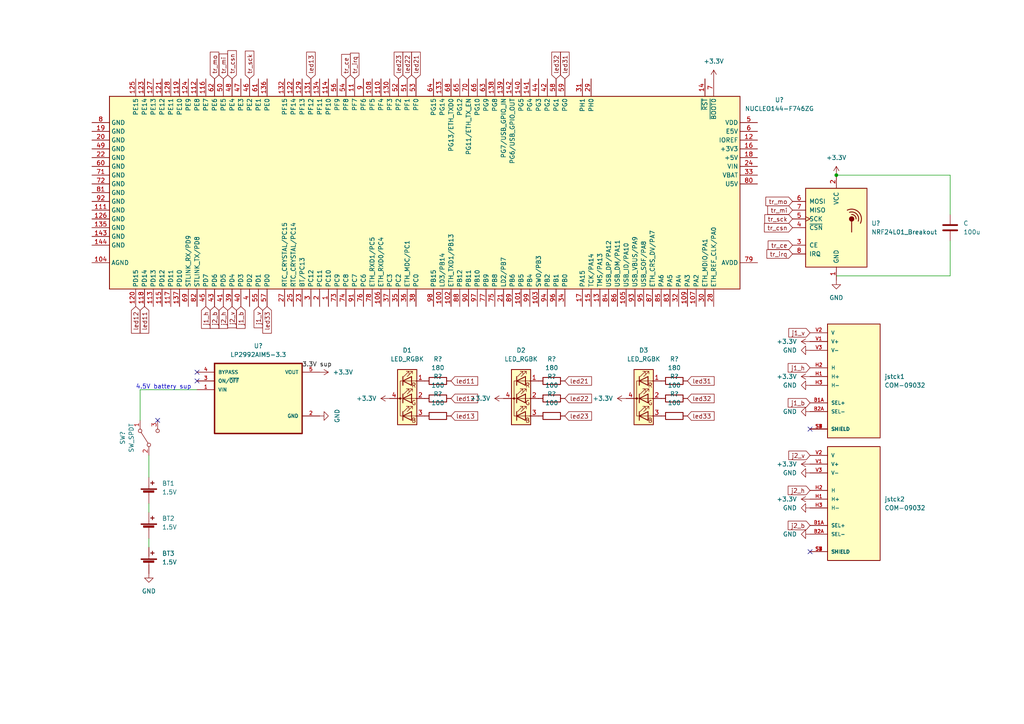
<source format=kicad_sch>
(kicad_sch (version 20211123) (generator eeschema)

  (uuid 86d9edf4-e892-43a8-9472-6e9545d21d29)

  (paper "A4")

  (lib_symbols
    (symbol "COM-09032:COM-09032" (pin_names (offset 1.016)) (in_bom yes) (on_board yes)
      (property "Reference" "U" (id 0) (at -7.62 16.002 0)
        (effects (font (size 1.27 1.27)) (justify left bottom))
      )
      (property "Value" "COM-09032" (id 1) (at -7.62 -20.32 0)
        (effects (font (size 1.27 1.27)) (justify left bottom))
      )
      (property "Footprint" "SnapEDA Library:XDCR_COM-09032" (id 2) (at 0 0 0)
        (effects (font (size 1.27 1.27)) (justify left bottom) hide)
      )
      (property "Datasheet" "" (id 3) (at 0 0 0)
        (effects (font (size 1.27 1.27)) (justify left bottom) hide)
      )
      (property "MAXIMUM_PACKAGE_HEIGHT" "30.1mm" (id 4) (at 0 0 0)
        (effects (font (size 1.27 1.27)) (justify left bottom) hide)
      )
      (property "MANUFACTURER" "SparkFun Electronics" (id 5) (at 0 0 0)
        (effects (font (size 1.27 1.27)) (justify left bottom) hide)
      )
      (property "PARTREV" "N/A" (id 6) (at 0 0 0)
        (effects (font (size 1.27 1.27)) (justify left bottom) hide)
      )
      (property "STANDARD" "Manufacturer Recommendations" (id 7) (at 0 0 0)
        (effects (font (size 1.27 1.27)) (justify left bottom) hide)
      )
      (property "ki_locked" "" (id 8) (at 0 0 0)
        (effects (font (size 1.27 1.27)))
      )
      (symbol "COM-09032_0_0"
        (rectangle (start -7.62 -17.78) (end 7.62 15.24)
          (stroke (width 0.254) (type default) (color 0 0 0 0))
          (fill (type background))
        )
        (pin passive line (at -12.7 -7.62 0) (length 5.08)
          (name "SEL+" (effects (font (size 1.016 1.016))))
          (number "B1A" (effects (font (size 1.016 1.016))))
        )
        (pin passive line (at -12.7 -10.16 0) (length 5.08)
          (name "SEL-" (effects (font (size 1.016 1.016))))
          (number "B2A" (effects (font (size 1.016 1.016))))
        )
        (pin passive line (at -12.7 0 0) (length 5.08)
          (name "H+" (effects (font (size 1.016 1.016))))
          (number "H1" (effects (font (size 1.016 1.016))))
        )
        (pin passive line (at -12.7 2.54 0) (length 5.08)
          (name "H" (effects (font (size 1.016 1.016))))
          (number "H2" (effects (font (size 1.016 1.016))))
        )
        (pin passive line (at -12.7 -2.54 0) (length 5.08)
          (name "H-" (effects (font (size 1.016 1.016))))
          (number "H3" (effects (font (size 1.016 1.016))))
        )
        (pin passive line (at -12.7 -15.24 0) (length 5.08)
          (name "SHIELD" (effects (font (size 1.016 1.016))))
          (number "S1" (effects (font (size 1.016 1.016))))
        )
        (pin passive line (at -12.7 -15.24 0) (length 5.08)
          (name "SHIELD" (effects (font (size 1.016 1.016))))
          (number "S2" (effects (font (size 1.016 1.016))))
        )
        (pin passive line (at -12.7 -15.24 0) (length 5.08)
          (name "SHIELD" (effects (font (size 1.016 1.016))))
          (number "S3" (effects (font (size 1.016 1.016))))
        )
        (pin passive line (at -12.7 -15.24 0) (length 5.08)
          (name "SHIELD" (effects (font (size 1.016 1.016))))
          (number "S4" (effects (font (size 1.016 1.016))))
        )
        (pin passive line (at -12.7 10.16 0) (length 5.08)
          (name "V+" (effects (font (size 1.016 1.016))))
          (number "V1" (effects (font (size 1.016 1.016))))
        )
        (pin passive line (at -12.7 12.7 0) (length 5.08)
          (name "V" (effects (font (size 1.016 1.016))))
          (number "V2" (effects (font (size 1.016 1.016))))
        )
        (pin passive line (at -12.7 7.62 0) (length 5.08)
          (name "V-" (effects (font (size 1.016 1.016))))
          (number "V3" (effects (font (size 1.016 1.016))))
        )
      )
    )
    (symbol "Device:Battery_Cell" (pin_numbers hide) (pin_names (offset 0) hide) (in_bom yes) (on_board yes)
      (property "Reference" "BT" (id 0) (at 2.54 2.54 0)
        (effects (font (size 1.27 1.27)) (justify left))
      )
      (property "Value" "Battery_Cell" (id 1) (at 2.54 0 0)
        (effects (font (size 1.27 1.27)) (justify left))
      )
      (property "Footprint" "" (id 2) (at 0 1.524 90)
        (effects (font (size 1.27 1.27)) hide)
      )
      (property "Datasheet" "~" (id 3) (at 0 1.524 90)
        (effects (font (size 1.27 1.27)) hide)
      )
      (property "ki_keywords" "battery cell" (id 4) (at 0 0 0)
        (effects (font (size 1.27 1.27)) hide)
      )
      (property "ki_description" "Single-cell battery" (id 5) (at 0 0 0)
        (effects (font (size 1.27 1.27)) hide)
      )
      (symbol "Battery_Cell_0_1"
        (rectangle (start -2.286 1.778) (end 2.286 1.524)
          (stroke (width 0) (type default) (color 0 0 0 0))
          (fill (type outline))
        )
        (rectangle (start -1.5748 1.1938) (end 1.4732 0.6858)
          (stroke (width 0) (type default) (color 0 0 0 0))
          (fill (type outline))
        )
        (polyline
          (pts
            (xy 0 0.762)
            (xy 0 0)
          )
          (stroke (width 0) (type default) (color 0 0 0 0))
          (fill (type none))
        )
        (polyline
          (pts
            (xy 0 1.778)
            (xy 0 2.54)
          )
          (stroke (width 0) (type default) (color 0 0 0 0))
          (fill (type none))
        )
        (polyline
          (pts
            (xy 0.508 3.429)
            (xy 1.524 3.429)
          )
          (stroke (width 0.254) (type default) (color 0 0 0 0))
          (fill (type none))
        )
        (polyline
          (pts
            (xy 1.016 3.937)
            (xy 1.016 2.921)
          )
          (stroke (width 0.254) (type default) (color 0 0 0 0))
          (fill (type none))
        )
      )
      (symbol "Battery_Cell_1_1"
        (pin passive line (at 0 5.08 270) (length 2.54)
          (name "+" (effects (font (size 1.27 1.27))))
          (number "1" (effects (font (size 1.27 1.27))))
        )
        (pin passive line (at 0 -2.54 90) (length 2.54)
          (name "-" (effects (font (size 1.27 1.27))))
          (number "2" (effects (font (size 1.27 1.27))))
        )
      )
    )
    (symbol "Device:C" (pin_numbers hide) (pin_names (offset 0.254)) (in_bom yes) (on_board yes)
      (property "Reference" "C" (id 0) (at 0.635 2.54 0)
        (effects (font (size 1.27 1.27)) (justify left))
      )
      (property "Value" "C" (id 1) (at 0.635 -2.54 0)
        (effects (font (size 1.27 1.27)) (justify left))
      )
      (property "Footprint" "" (id 2) (at 0.9652 -3.81 0)
        (effects (font (size 1.27 1.27)) hide)
      )
      (property "Datasheet" "~" (id 3) (at 0 0 0)
        (effects (font (size 1.27 1.27)) hide)
      )
      (property "ki_keywords" "cap capacitor" (id 4) (at 0 0 0)
        (effects (font (size 1.27 1.27)) hide)
      )
      (property "ki_description" "Unpolarized capacitor" (id 5) (at 0 0 0)
        (effects (font (size 1.27 1.27)) hide)
      )
      (property "ki_fp_filters" "C_*" (id 6) (at 0 0 0)
        (effects (font (size 1.27 1.27)) hide)
      )
      (symbol "C_0_1"
        (polyline
          (pts
            (xy -2.032 -0.762)
            (xy 2.032 -0.762)
          )
          (stroke (width 0.508) (type default) (color 0 0 0 0))
          (fill (type none))
        )
        (polyline
          (pts
            (xy -2.032 0.762)
            (xy 2.032 0.762)
          )
          (stroke (width 0.508) (type default) (color 0 0 0 0))
          (fill (type none))
        )
      )
      (symbol "C_1_1"
        (pin passive line (at 0 3.81 270) (length 2.794)
          (name "~" (effects (font (size 1.27 1.27))))
          (number "1" (effects (font (size 1.27 1.27))))
        )
        (pin passive line (at 0 -3.81 90) (length 2.794)
          (name "~" (effects (font (size 1.27 1.27))))
          (number "2" (effects (font (size 1.27 1.27))))
        )
      )
    )
    (symbol "Device:LED_RGBK" (pin_names (offset 0) hide) (in_bom yes) (on_board yes)
      (property "Reference" "D" (id 0) (at 0 9.398 0)
        (effects (font (size 1.27 1.27)))
      )
      (property "Value" "LED_RGBK" (id 1) (at 0 -8.89 0)
        (effects (font (size 1.27 1.27)))
      )
      (property "Footprint" "" (id 2) (at 0 -1.27 0)
        (effects (font (size 1.27 1.27)) hide)
      )
      (property "Datasheet" "~" (id 3) (at 0 -1.27 0)
        (effects (font (size 1.27 1.27)) hide)
      )
      (property "ki_keywords" "LED RGB diode" (id 4) (at 0 0 0)
        (effects (font (size 1.27 1.27)) hide)
      )
      (property "ki_description" "RGB LED, red/green/blue/cathode" (id 5) (at 0 0 0)
        (effects (font (size 1.27 1.27)) hide)
      )
      (property "ki_fp_filters" "LED* LED_SMD:* LED_THT:*" (id 6) (at 0 0 0)
        (effects (font (size 1.27 1.27)) hide)
      )
      (symbol "LED_RGBK_0_0"
        (text "B" (at 1.905 -6.35 0)
          (effects (font (size 1.27 1.27)))
        )
        (text "G" (at 1.905 -1.27 0)
          (effects (font (size 1.27 1.27)))
        )
        (text "R" (at 1.905 3.81 0)
          (effects (font (size 1.27 1.27)))
        )
      )
      (symbol "LED_RGBK_0_1"
        (circle (center -2.032 0) (radius 0.254)
          (stroke (width 0) (type default) (color 0 0 0 0))
          (fill (type outline))
        )
        (polyline
          (pts
            (xy -1.27 -5.08)
            (xy 1.27 -5.08)
          )
          (stroke (width 0) (type default) (color 0 0 0 0))
          (fill (type none))
        )
        (polyline
          (pts
            (xy -1.27 -3.81)
            (xy -1.27 -6.35)
          )
          (stroke (width 0.254) (type default) (color 0 0 0 0))
          (fill (type none))
        )
        (polyline
          (pts
            (xy -1.27 0)
            (xy -2.54 0)
          )
          (stroke (width 0) (type default) (color 0 0 0 0))
          (fill (type none))
        )
        (polyline
          (pts
            (xy -1.27 1.27)
            (xy -1.27 -1.27)
          )
          (stroke (width 0.254) (type default) (color 0 0 0 0))
          (fill (type none))
        )
        (polyline
          (pts
            (xy -1.27 5.08)
            (xy 1.27 5.08)
          )
          (stroke (width 0) (type default) (color 0 0 0 0))
          (fill (type none))
        )
        (polyline
          (pts
            (xy -1.27 6.35)
            (xy -1.27 3.81)
          )
          (stroke (width 0.254) (type default) (color 0 0 0 0))
          (fill (type none))
        )
        (polyline
          (pts
            (xy 1.27 -5.08)
            (xy 2.54 -5.08)
          )
          (stroke (width 0) (type default) (color 0 0 0 0))
          (fill (type none))
        )
        (polyline
          (pts
            (xy 1.27 0)
            (xy -1.27 0)
          )
          (stroke (width 0) (type default) (color 0 0 0 0))
          (fill (type none))
        )
        (polyline
          (pts
            (xy 1.27 0)
            (xy 2.54 0)
          )
          (stroke (width 0) (type default) (color 0 0 0 0))
          (fill (type none))
        )
        (polyline
          (pts
            (xy 1.27 5.08)
            (xy 2.54 5.08)
          )
          (stroke (width 0) (type default) (color 0 0 0 0))
          (fill (type none))
        )
        (polyline
          (pts
            (xy -1.27 1.27)
            (xy -1.27 -1.27)
            (xy -1.27 -1.27)
          )
          (stroke (width 0) (type default) (color 0 0 0 0))
          (fill (type none))
        )
        (polyline
          (pts
            (xy -1.27 6.35)
            (xy -1.27 3.81)
            (xy -1.27 3.81)
          )
          (stroke (width 0) (type default) (color 0 0 0 0))
          (fill (type none))
        )
        (polyline
          (pts
            (xy -1.27 5.08)
            (xy -2.032 5.08)
            (xy -2.032 -5.08)
            (xy -1.016 -5.08)
          )
          (stroke (width 0) (type default) (color 0 0 0 0))
          (fill (type none))
        )
        (polyline
          (pts
            (xy 1.27 -3.81)
            (xy 1.27 -6.35)
            (xy -1.27 -5.08)
            (xy 1.27 -3.81)
          )
          (stroke (width 0.254) (type default) (color 0 0 0 0))
          (fill (type none))
        )
        (polyline
          (pts
            (xy 1.27 1.27)
            (xy 1.27 -1.27)
            (xy -1.27 0)
            (xy 1.27 1.27)
          )
          (stroke (width 0.254) (type default) (color 0 0 0 0))
          (fill (type none))
        )
        (polyline
          (pts
            (xy 1.27 6.35)
            (xy 1.27 3.81)
            (xy -1.27 5.08)
            (xy 1.27 6.35)
          )
          (stroke (width 0.254) (type default) (color 0 0 0 0))
          (fill (type none))
        )
        (polyline
          (pts
            (xy -1.016 -3.81)
            (xy 0.508 -2.286)
            (xy -0.254 -2.286)
            (xy 0.508 -2.286)
            (xy 0.508 -3.048)
          )
          (stroke (width 0) (type default) (color 0 0 0 0))
          (fill (type none))
        )
        (polyline
          (pts
            (xy -1.016 1.27)
            (xy 0.508 2.794)
            (xy -0.254 2.794)
            (xy 0.508 2.794)
            (xy 0.508 2.032)
          )
          (stroke (width 0) (type default) (color 0 0 0 0))
          (fill (type none))
        )
        (polyline
          (pts
            (xy -1.016 6.35)
            (xy 0.508 7.874)
            (xy -0.254 7.874)
            (xy 0.508 7.874)
            (xy 0.508 7.112)
          )
          (stroke (width 0) (type default) (color 0 0 0 0))
          (fill (type none))
        )
        (polyline
          (pts
            (xy 0 -3.81)
            (xy 1.524 -2.286)
            (xy 0.762 -2.286)
            (xy 1.524 -2.286)
            (xy 1.524 -3.048)
          )
          (stroke (width 0) (type default) (color 0 0 0 0))
          (fill (type none))
        )
        (polyline
          (pts
            (xy 0 1.27)
            (xy 1.524 2.794)
            (xy 0.762 2.794)
            (xy 1.524 2.794)
            (xy 1.524 2.032)
          )
          (stroke (width 0) (type default) (color 0 0 0 0))
          (fill (type none))
        )
        (polyline
          (pts
            (xy 0 6.35)
            (xy 1.524 7.874)
            (xy 0.762 7.874)
            (xy 1.524 7.874)
            (xy 1.524 7.112)
          )
          (stroke (width 0) (type default) (color 0 0 0 0))
          (fill (type none))
        )
        (rectangle (start 1.27 -1.27) (end 1.27 1.27)
          (stroke (width 0) (type default) (color 0 0 0 0))
          (fill (type none))
        )
        (rectangle (start 1.27 1.27) (end 1.27 1.27)
          (stroke (width 0) (type default) (color 0 0 0 0))
          (fill (type none))
        )
        (rectangle (start 1.27 3.81) (end 1.27 6.35)
          (stroke (width 0) (type default) (color 0 0 0 0))
          (fill (type none))
        )
        (rectangle (start 1.27 6.35) (end 1.27 6.35)
          (stroke (width 0) (type default) (color 0 0 0 0))
          (fill (type none))
        )
        (rectangle (start 2.794 8.382) (end -2.794 -7.62)
          (stroke (width 0.254) (type default) (color 0 0 0 0))
          (fill (type background))
        )
      )
      (symbol "LED_RGBK_1_1"
        (pin passive line (at 5.08 5.08 180) (length 2.54)
          (name "RA" (effects (font (size 1.27 1.27))))
          (number "1" (effects (font (size 1.27 1.27))))
        )
        (pin passive line (at 5.08 0 180) (length 2.54)
          (name "GA" (effects (font (size 1.27 1.27))))
          (number "2" (effects (font (size 1.27 1.27))))
        )
        (pin passive line (at 5.08 -5.08 180) (length 2.54)
          (name "BA" (effects (font (size 1.27 1.27))))
          (number "3" (effects (font (size 1.27 1.27))))
        )
        (pin passive line (at -5.08 0 0) (length 2.54)
          (name "K" (effects (font (size 1.27 1.27))))
          (number "4" (effects (font (size 1.27 1.27))))
        )
      )
    )
    (symbol "Device:R" (pin_numbers hide) (pin_names (offset 0)) (in_bom yes) (on_board yes)
      (property "Reference" "R" (id 0) (at 2.032 0 90)
        (effects (font (size 1.27 1.27)))
      )
      (property "Value" "R" (id 1) (at 0 0 90)
        (effects (font (size 1.27 1.27)))
      )
      (property "Footprint" "" (id 2) (at -1.778 0 90)
        (effects (font (size 1.27 1.27)) hide)
      )
      (property "Datasheet" "~" (id 3) (at 0 0 0)
        (effects (font (size 1.27 1.27)) hide)
      )
      (property "ki_keywords" "R res resistor" (id 4) (at 0 0 0)
        (effects (font (size 1.27 1.27)) hide)
      )
      (property "ki_description" "Resistor" (id 5) (at 0 0 0)
        (effects (font (size 1.27 1.27)) hide)
      )
      (property "ki_fp_filters" "R_*" (id 6) (at 0 0 0)
        (effects (font (size 1.27 1.27)) hide)
      )
      (symbol "R_0_1"
        (rectangle (start -1.016 -2.54) (end 1.016 2.54)
          (stroke (width 0.254) (type default) (color 0 0 0 0))
          (fill (type none))
        )
      )
      (symbol "R_1_1"
        (pin passive line (at 0 3.81 270) (length 1.27)
          (name "~" (effects (font (size 1.27 1.27))))
          (number "1" (effects (font (size 1.27 1.27))))
        )
        (pin passive line (at 0 -3.81 90) (length 1.27)
          (name "~" (effects (font (size 1.27 1.27))))
          (number "2" (effects (font (size 1.27 1.27))))
        )
      )
    )
    (symbol "LP2992AIM5-3.3:LP2992AIM5-3.3" (pin_names (offset 1.016)) (in_bom yes) (on_board yes)
      (property "Reference" "U" (id 0) (at -12.7 11.1506 0)
        (effects (font (size 1.27 1.27)) (justify left bottom))
      )
      (property "Value" "LP2992AIM5-3.3" (id 1) (at -12.7 -14.1478 0)
        (effects (font (size 1.27 1.27)) (justify left bottom))
      )
      (property "Footprint" "SnapEDA Library:SOT95P280X145-5N" (id 2) (at 0 0 0)
        (effects (font (size 1.27 1.27)) (justify left bottom) hide)
      )
      (property "Datasheet" "" (id 3) (at 0 0 0)
        (effects (font (size 1.27 1.27)) (justify left bottom) hide)
      )
      (property "ki_locked" "" (id 4) (at 0 0 0)
        (effects (font (size 1.27 1.27)))
      )
      (symbol "LP2992AIM5-3.3_0_0"
        (rectangle (start -12.7 -10.16) (end 12.7 10.16)
          (stroke (width 0.4064) (type default) (color 0 0 0 0))
          (fill (type background))
        )
        (pin input line (at -17.78 2.54 0) (length 5.08)
          (name "VIN" (effects (font (size 1.016 1.016))))
          (number "1" (effects (font (size 1.016 1.016))))
        )
        (pin power_in line (at 17.78 -5.08 180) (length 5.08)
          (name "GND" (effects (font (size 1.016 1.016))))
          (number "2" (effects (font (size 1.016 1.016))))
        )
        (pin input line (at -17.78 5.08 0) (length 5.08)
          (name "ON/~{OFF}" (effects (font (size 1.016 1.016))))
          (number "3" (effects (font (size 1.016 1.016))))
        )
        (pin input line (at -17.78 7.62 0) (length 5.08)
          (name "BYPASS" (effects (font (size 1.016 1.016))))
          (number "4" (effects (font (size 1.016 1.016))))
        )
        (pin output line (at 17.78 7.62 180) (length 5.08)
          (name "VOUT" (effects (font (size 1.016 1.016))))
          (number "5" (effects (font (size 1.016 1.016))))
        )
      )
    )
    (symbol "MCU_Module:NUCLEO144-F746ZG" (in_bom yes) (on_board yes)
      (property "Reference" "U" (id 0) (at -22.86 94.615 0)
        (effects (font (size 1.27 1.27)) (justify right))
      )
      (property "Value" "NUCLEO144-F746ZG" (id 1) (at -22.86 92.71 0)
        (effects (font (size 1.27 1.27)) (justify right))
      )
      (property "Footprint" "Module:ST_Morpho_Connector_144_STLink" (id 2) (at 21.59 -92.71 0)
        (effects (font (size 1.27 1.27)) (justify left) hide)
      )
      (property "Datasheet" "https://www.st.com/resource/en/user_manual/dm00244518-stm32-nucleo144-boards-stmicroelectronics.pdf" (id 3) (at -22.86 7.62 0)
        (effects (font (size 1.27 1.27)) hide)
      )
      (property "ki_keywords" "STM32 Nucleo ST" (id 4) (at 0 0 0)
        (effects (font (size 1.27 1.27)) hide)
      )
      (property "ki_description" "Nucleo 144 Development Board with STM32F746ZG MCU, 256kB RAM, 1Mb FLASH" (id 5) (at 0 0 0)
        (effects (font (size 1.27 1.27)) hide)
      )
      (property "ki_fp_filters" "ST*Morpho*Connector*144*STLink*" (id 6) (at 0 0 0)
        (effects (font (size 1.27 1.27)) hide)
      )
      (symbol "NUCLEO144-F746ZG_0_1"
        (rectangle (start -27.94 -91.44) (end 27.94 91.44)
          (stroke (width 0.254) (type default) (color 0 0 0 0))
          (fill (type background))
        )
      )
      (symbol "NUCLEO144-F746ZG_1_1"
        (pin bidirectional line (at 33.02 -27.94 180) (length 5.08)
          (name "PC10" (effects (font (size 1.27 1.27))))
          (number "1" (effects (font (size 1.27 1.27))))
        )
        (pin no_connect line (at -33.02 55.88 0) (length 5.08) hide
          (name "NC" (effects (font (size 1.27 1.27))))
          (number "10" (effects (font (size 1.27 1.27))))
        )
        (pin bidirectional line (at 33.02 5.08 180) (length 5.08)
          (name "LD3/PB14" (effects (font (size 1.27 1.27))))
          (number "100" (effects (font (size 1.27 1.27))))
        )
        (pin bidirectional line (at 33.02 27.94 180) (length 5.08)
          (name "PB5" (effects (font (size 1.27 1.27))))
          (number "101" (effects (font (size 1.27 1.27))))
        )
        (pin bidirectional line (at 33.02 7.62 180) (length 5.08)
          (name "ETH_TXD1/PB13" (effects (font (size 1.27 1.27))))
          (number "102" (effects (font (size 1.27 1.27))))
        )
        (pin bidirectional line (at 33.02 33.02 180) (length 5.08)
          (name "SWO/PB3" (effects (font (size 1.27 1.27))))
          (number "103" (effects (font (size 1.27 1.27))))
        )
        (pin power_in line (at 20.32 -96.52 90) (length 5.08)
          (name "AGND" (effects (font (size 1.27 1.27))))
          (number "104" (effects (font (size 1.27 1.27))))
        )
        (pin bidirectional line (at 33.02 58.42 180) (length 5.08)
          (name "USB_ID/PA10" (effects (font (size 1.27 1.27))))
          (number "105" (effects (font (size 1.27 1.27))))
        )
        (pin bidirectional line (at 33.02 -12.7 180) (length 5.08)
          (name "ETH_RXD0/PC4" (effects (font (size 1.27 1.27))))
          (number "106" (effects (font (size 1.27 1.27))))
        )
        (pin bidirectional line (at 33.02 78.74 180) (length 5.08)
          (name "PA2" (effects (font (size 1.27 1.27))))
          (number "107" (effects (font (size 1.27 1.27))))
        )
        (pin bidirectional line (at -33.02 -15.24 0) (length 5.08)
          (name "PF5" (effects (font (size 1.27 1.27))))
          (number "108" (effects (font (size 1.27 1.27))))
        )
        (pin bidirectional line (at 33.02 76.2 180) (length 5.08)
          (name "PA3" (effects (font (size 1.27 1.27))))
          (number "109" (effects (font (size 1.27 1.27))))
        )
        (pin bidirectional line (at -33.02 -20.32 0) (length 5.08)
          (name "PF7" (effects (font (size 1.27 1.27))))
          (number "11" (effects (font (size 1.27 1.27))))
        )
        (pin bidirectional line (at -33.02 -12.7 0) (length 5.08)
          (name "PF4" (effects (font (size 1.27 1.27))))
          (number "110" (effects (font (size 1.27 1.27))))
        )
        (pin power_in line (at 5.08 -96.52 90) (length 5.08)
          (name "GND" (effects (font (size 1.27 1.27))))
          (number "111" (effects (font (size 1.27 1.27))))
        )
        (pin bidirectional line (at -33.02 -66.04 0) (length 5.08)
          (name "PE8" (effects (font (size 1.27 1.27))))
          (number "112" (effects (font (size 1.27 1.27))))
        )
        (pin bidirectional line (at 33.02 -78.74 180) (length 5.08)
          (name "PD13" (effects (font (size 1.27 1.27))))
          (number "113" (effects (font (size 1.27 1.27))))
        )
        (pin bidirectional line (at -33.02 -27.94 0) (length 5.08)
          (name "PF10" (effects (font (size 1.27 1.27))))
          (number "114" (effects (font (size 1.27 1.27))))
        )
        (pin bidirectional line (at 33.02 -76.2 180) (length 5.08)
          (name "PD12" (effects (font (size 1.27 1.27))))
          (number "115" (effects (font (size 1.27 1.27))))
        )
        (pin bidirectional line (at -33.02 -63.5 0) (length 5.08)
          (name "PE7" (effects (font (size 1.27 1.27))))
          (number "116" (effects (font (size 1.27 1.27))))
        )
        (pin bidirectional line (at 33.02 -73.66 180) (length 5.08)
          (name "PD11" (effects (font (size 1.27 1.27))))
          (number "117" (effects (font (size 1.27 1.27))))
        )
        (pin bidirectional line (at 33.02 -81.28 180) (length 5.08)
          (name "PD14" (effects (font (size 1.27 1.27))))
          (number "118" (effects (font (size 1.27 1.27))))
        )
        (pin bidirectional line (at -33.02 -71.12 0) (length 5.08)
          (name "PE10" (effects (font (size 1.27 1.27))))
          (number "119" (effects (font (size 1.27 1.27))))
        )
        (pin power_in line (at -15.24 96.52 270) (length 5.08)
          (name "IOREF" (effects (font (size 1.27 1.27))))
          (number "12" (effects (font (size 1.27 1.27))))
        )
        (pin bidirectional line (at 33.02 -83.82 180) (length 5.08)
          (name "PD15" (effects (font (size 1.27 1.27))))
          (number "120" (effects (font (size 1.27 1.27))))
        )
        (pin bidirectional line (at -33.02 -76.2 0) (length 5.08)
          (name "PE12" (effects (font (size 1.27 1.27))))
          (number "121" (effects (font (size 1.27 1.27))))
        )
        (pin bidirectional line (at -33.02 -38.1 0) (length 5.08)
          (name "PF14" (effects (font (size 1.27 1.27))))
          (number "122" (effects (font (size 1.27 1.27))))
        )
        (pin bidirectional line (at -33.02 -81.28 0) (length 5.08)
          (name "PE14" (effects (font (size 1.27 1.27))))
          (number "123" (effects (font (size 1.27 1.27))))
        )
        (pin bidirectional line (at -33.02 -68.58 0) (length 5.08)
          (name "PE9" (effects (font (size 1.27 1.27))))
          (number "124" (effects (font (size 1.27 1.27))))
        )
        (pin bidirectional line (at -33.02 -83.82 0) (length 5.08)
          (name "PE15" (effects (font (size 1.27 1.27))))
          (number "125" (effects (font (size 1.27 1.27))))
        )
        (pin power_in line (at 7.62 -96.52 90) (length 5.08)
          (name "GND" (effects (font (size 1.27 1.27))))
          (number "126" (effects (font (size 1.27 1.27))))
        )
        (pin bidirectional line (at -33.02 -78.74 0) (length 5.08)
          (name "PE13" (effects (font (size 1.27 1.27))))
          (number "127" (effects (font (size 1.27 1.27))))
        )
        (pin bidirectional line (at -33.02 -73.66 0) (length 5.08)
          (name "PE11" (effects (font (size 1.27 1.27))))
          (number "128" (effects (font (size 1.27 1.27))))
        )
        (pin bidirectional line (at -33.02 -35.56 0) (length 5.08)
          (name "PF13" (effects (font (size 1.27 1.27))))
          (number "129" (effects (font (size 1.27 1.27))))
        )
        (pin bidirectional line (at 33.02 50.8 180) (length 5.08)
          (name "TMS/PA13" (effects (font (size 1.27 1.27))))
          (number "13" (effects (font (size 1.27 1.27))))
        )
        (pin bidirectional line (at -33.02 -10.16 0) (length 5.08)
          (name "PF3" (effects (font (size 1.27 1.27))))
          (number "130" (effects (font (size 1.27 1.27))))
        )
        (pin bidirectional line (at -33.02 -33.02 0) (length 5.08)
          (name "PF12" (effects (font (size 1.27 1.27))))
          (number "131" (effects (font (size 1.27 1.27))))
        )
        (pin bidirectional line (at -33.02 -40.64 0) (length 5.08)
          (name "PF15" (effects (font (size 1.27 1.27))))
          (number "132" (effects (font (size 1.27 1.27))))
        )
        (pin bidirectional line (at -33.02 5.08 0) (length 5.08)
          (name "PG14" (effects (font (size 1.27 1.27))))
          (number "133" (effects (font (size 1.27 1.27))))
        )
        (pin bidirectional line (at -33.02 -30.48 0) (length 5.08)
          (name "PF11" (effects (font (size 1.27 1.27))))
          (number "134" (effects (font (size 1.27 1.27))))
        )
        (pin power_in line (at 10.16 -96.52 90) (length 5.08)
          (name "GND" (effects (font (size 1.27 1.27))))
          (number "135" (effects (font (size 1.27 1.27))))
        )
        (pin bidirectional line (at -33.02 -45.72 0) (length 5.08)
          (name "PE0" (effects (font (size 1.27 1.27))))
          (number "136" (effects (font (size 1.27 1.27))))
        )
        (pin bidirectional line (at 33.02 -71.12 180) (length 5.08)
          (name "PD10" (effects (font (size 1.27 1.27))))
          (number "137" (effects (font (size 1.27 1.27))))
        )
        (pin bidirectional line (at -33.02 20.32 0) (length 5.08)
          (name "PG8" (effects (font (size 1.27 1.27))))
          (number "138" (effects (font (size 1.27 1.27))))
        )
        (pin bidirectional line (at -33.02 22.86 0) (length 5.08)
          (name "PG7/USB_GPIO_IN" (effects (font (size 1.27 1.27))))
          (number "139" (effects (font (size 1.27 1.27))))
        )
        (pin input line (at -33.02 81.28 0) (length 5.08)
          (name "~{RST}" (effects (font (size 1.27 1.27))))
          (number "14" (effects (font (size 1.27 1.27))))
        )
        (pin bidirectional line (at -33.02 27.94 0) (length 5.08)
          (name "PG5" (effects (font (size 1.27 1.27))))
          (number "140" (effects (font (size 1.27 1.27))))
        )
        (pin bidirectional line (at -33.02 30.48 0) (length 5.08)
          (name "PG4" (effects (font (size 1.27 1.27))))
          (number "141" (effects (font (size 1.27 1.27))))
        )
        (pin bidirectional line (at -33.02 25.4 0) (length 5.08)
          (name "PG6/USB_GPIO_OUT" (effects (font (size 1.27 1.27))))
          (number "142" (effects (font (size 1.27 1.27))))
        )
        (pin power_in line (at 12.7 -96.52 90) (length 5.08)
          (name "GND" (effects (font (size 1.27 1.27))))
          (number "143" (effects (font (size 1.27 1.27))))
        )
        (pin power_in line (at 15.24 -96.52 90) (length 5.08)
          (name "GND" (effects (font (size 1.27 1.27))))
          (number "144" (effects (font (size 1.27 1.27))))
        )
        (pin bidirectional line (at 33.02 48.26 180) (length 5.08)
          (name "TCK/PA14" (effects (font (size 1.27 1.27))))
          (number "15" (effects (font (size 1.27 1.27))))
        )
        (pin power_in line (at -12.7 96.52 270) (length 5.08)
          (name "+3V3" (effects (font (size 1.27 1.27))))
          (number "16" (effects (font (size 1.27 1.27))))
        )
        (pin bidirectional line (at 33.02 45.72 180) (length 5.08)
          (name "PA15" (effects (font (size 1.27 1.27))))
          (number "17" (effects (font (size 1.27 1.27))))
        )
        (pin power_in line (at -10.16 96.52 270) (length 5.08)
          (name "+5V" (effects (font (size 1.27 1.27))))
          (number "18" (effects (font (size 1.27 1.27))))
        )
        (pin power_in line (at -17.78 -96.52 90) (length 5.08)
          (name "GND" (effects (font (size 1.27 1.27))))
          (number "19" (effects (font (size 1.27 1.27))))
        )
        (pin bidirectional line (at 33.02 -30.48 180) (length 5.08)
          (name "PC11" (effects (font (size 1.27 1.27))))
          (number "2" (effects (font (size 1.27 1.27))))
        )
        (pin power_in line (at -15.24 -96.52 90) (length 5.08)
          (name "GND" (effects (font (size 1.27 1.27))))
          (number "20" (effects (font (size 1.27 1.27))))
        )
        (pin bidirectional line (at 33.02 22.86 180) (length 5.08)
          (name "LD2/PB7" (effects (font (size 1.27 1.27))))
          (number "21" (effects (font (size 1.27 1.27))))
        )
        (pin power_in line (at -10.16 -96.52 90) (length 5.08)
          (name "GND" (effects (font (size 1.27 1.27))))
          (number "22" (effects (font (size 1.27 1.27))))
        )
        (pin bidirectional line (at 33.02 -35.56 180) (length 5.08)
          (name "BT/PC13" (effects (font (size 1.27 1.27))))
          (number "23" (effects (font (size 1.27 1.27))))
        )
        (pin power_in line (at -7.62 96.52 270) (length 5.08)
          (name "VIN" (effects (font (size 1.27 1.27))))
          (number "24" (effects (font (size 1.27 1.27))))
        )
        (pin bidirectional line (at 33.02 -38.1 180) (length 5.08)
          (name "RTC_CRYSTAL/PC14" (effects (font (size 1.27 1.27))))
          (number "25" (effects (font (size 1.27 1.27))))
        )
        (pin no_connect line (at -33.02 58.42 0) (length 5.08) hide
          (name "NC" (effects (font (size 1.27 1.27))))
          (number "26" (effects (font (size 1.27 1.27))))
        )
        (pin bidirectional line (at 33.02 -40.64 180) (length 5.08)
          (name "RTC_CRYSTAL/PC15" (effects (font (size 1.27 1.27))))
          (number "27" (effects (font (size 1.27 1.27))))
        )
        (pin bidirectional line (at 33.02 83.82 180) (length 5.08)
          (name "ETH_REF_CLK/PA0" (effects (font (size 1.27 1.27))))
          (number "28" (effects (font (size 1.27 1.27))))
        )
        (pin bidirectional line (at -33.02 48.26 0) (length 5.08)
          (name "PH0" (effects (font (size 1.27 1.27))))
          (number "29" (effects (font (size 1.27 1.27))))
        )
        (pin bidirectional line (at 33.02 -33.02 180) (length 5.08)
          (name "PC12" (effects (font (size 1.27 1.27))))
          (number "3" (effects (font (size 1.27 1.27))))
        )
        (pin bidirectional line (at 33.02 81.28 180) (length 5.08)
          (name "ETH_MDIO/PA1" (effects (font (size 1.27 1.27))))
          (number "30" (effects (font (size 1.27 1.27))))
        )
        (pin bidirectional line (at -33.02 45.72 0) (length 5.08)
          (name "PH1" (effects (font (size 1.27 1.27))))
          (number "31" (effects (font (size 1.27 1.27))))
        )
        (pin bidirectional line (at 33.02 73.66 180) (length 5.08)
          (name "PA4" (effects (font (size 1.27 1.27))))
          (number "32" (effects (font (size 1.27 1.27))))
        )
        (pin power_in line (at -5.08 96.52 270) (length 5.08)
          (name "VBAT" (effects (font (size 1.27 1.27))))
          (number "33" (effects (font (size 1.27 1.27))))
        )
        (pin bidirectional line (at 33.02 40.64 180) (length 5.08)
          (name "PB0" (effects (font (size 1.27 1.27))))
          (number "34" (effects (font (size 1.27 1.27))))
        )
        (pin bidirectional line (at 33.02 -7.62 180) (length 5.08)
          (name "PC2" (effects (font (size 1.27 1.27))))
          (number "35" (effects (font (size 1.27 1.27))))
        )
        (pin bidirectional line (at 33.02 -5.08 180) (length 5.08)
          (name "ETH_MDC/PC1" (effects (font (size 1.27 1.27))))
          (number "36" (effects (font (size 1.27 1.27))))
        )
        (pin bidirectional line (at 33.02 -10.16 180) (length 5.08)
          (name "PC3" (effects (font (size 1.27 1.27))))
          (number "37" (effects (font (size 1.27 1.27))))
        )
        (pin bidirectional line (at 33.02 -2.54 180) (length 5.08)
          (name "PC0" (effects (font (size 1.27 1.27))))
          (number "38" (effects (font (size 1.27 1.27))))
        )
        (pin bidirectional line (at 33.02 -55.88 180) (length 5.08)
          (name "PD4" (effects (font (size 1.27 1.27))))
          (number "39" (effects (font (size 1.27 1.27))))
        )
        (pin bidirectional line (at 33.02 -50.8 180) (length 5.08)
          (name "PD2" (effects (font (size 1.27 1.27))))
          (number "4" (effects (font (size 1.27 1.27))))
        )
        (pin bidirectional line (at 33.02 -53.34 180) (length 5.08)
          (name "PD3" (effects (font (size 1.27 1.27))))
          (number "40" (effects (font (size 1.27 1.27))))
        )
        (pin bidirectional line (at 33.02 -58.42 180) (length 5.08)
          (name "PD5" (effects (font (size 1.27 1.27))))
          (number "41" (effects (font (size 1.27 1.27))))
        )
        (pin bidirectional line (at -33.02 35.56 0) (length 5.08)
          (name "PG2" (effects (font (size 1.27 1.27))))
          (number "42" (effects (font (size 1.27 1.27))))
        )
        (pin bidirectional line (at 33.02 -60.96 180) (length 5.08)
          (name "PD6" (effects (font (size 1.27 1.27))))
          (number "43" (effects (font (size 1.27 1.27))))
        )
        (pin bidirectional line (at -33.02 33.02 0) (length 5.08)
          (name "PG3" (effects (font (size 1.27 1.27))))
          (number "44" (effects (font (size 1.27 1.27))))
        )
        (pin bidirectional line (at 33.02 -63.5 180) (length 5.08)
          (name "PD7" (effects (font (size 1.27 1.27))))
          (number "45" (effects (font (size 1.27 1.27))))
        )
        (pin bidirectional line (at -33.02 -50.8 0) (length 5.08)
          (name "PE2" (effects (font (size 1.27 1.27))))
          (number "46" (effects (font (size 1.27 1.27))))
        )
        (pin bidirectional line (at -33.02 -53.34 0) (length 5.08)
          (name "PE3" (effects (font (size 1.27 1.27))))
          (number "47" (effects (font (size 1.27 1.27))))
        )
        (pin bidirectional line (at -33.02 -55.88 0) (length 5.08)
          (name "PE4" (effects (font (size 1.27 1.27))))
          (number "48" (effects (font (size 1.27 1.27))))
        )
        (pin power_in line (at -12.7 -96.52 90) (length 5.08)
          (name "GND" (effects (font (size 1.27 1.27))))
          (number "49" (effects (font (size 1.27 1.27))))
        )
        (pin power_in line (at -20.32 96.52 270) (length 5.08)
          (name "VDD" (effects (font (size 1.27 1.27))))
          (number "5" (effects (font (size 1.27 1.27))))
        )
        (pin bidirectional line (at -33.02 -58.42 0) (length 5.08)
          (name "PE5" (effects (font (size 1.27 1.27))))
          (number "50" (effects (font (size 1.27 1.27))))
        )
        (pin bidirectional line (at -33.02 -5.08 0) (length 5.08)
          (name "PF1" (effects (font (size 1.27 1.27))))
          (number "51" (effects (font (size 1.27 1.27))))
        )
        (pin bidirectional line (at -33.02 -7.62 0) (length 5.08)
          (name "PF2" (effects (font (size 1.27 1.27))))
          (number "52" (effects (font (size 1.27 1.27))))
        )
        (pin bidirectional line (at -33.02 -2.54 0) (length 5.08)
          (name "PF0" (effects (font (size 1.27 1.27))))
          (number "53" (effects (font (size 1.27 1.27))))
        )
        (pin bidirectional line (at -33.02 -22.86 0) (length 5.08)
          (name "PF8" (effects (font (size 1.27 1.27))))
          (number "54" (effects (font (size 1.27 1.27))))
        )
        (pin bidirectional line (at 33.02 -48.26 180) (length 5.08)
          (name "PD1" (effects (font (size 1.27 1.27))))
          (number "55" (effects (font (size 1.27 1.27))))
        )
        (pin bidirectional line (at -33.02 -25.4 0) (length 5.08)
          (name "PF9" (effects (font (size 1.27 1.27))))
          (number "56" (effects (font (size 1.27 1.27))))
        )
        (pin bidirectional line (at 33.02 -45.72 180) (length 5.08)
          (name "PD0" (effects (font (size 1.27 1.27))))
          (number "57" (effects (font (size 1.27 1.27))))
        )
        (pin bidirectional line (at -33.02 38.1 0) (length 5.08)
          (name "PG1" (effects (font (size 1.27 1.27))))
          (number "58" (effects (font (size 1.27 1.27))))
        )
        (pin bidirectional line (at -33.02 40.64 0) (length 5.08)
          (name "PG0" (effects (font (size 1.27 1.27))))
          (number "59" (effects (font (size 1.27 1.27))))
        )
        (pin power_in line (at -17.78 96.52 270) (length 5.08)
          (name "E5V" (effects (font (size 1.27 1.27))))
          (number "6" (effects (font (size 1.27 1.27))))
        )
        (pin power_in line (at -7.62 -96.52 90) (length 5.08)
          (name "GND" (effects (font (size 1.27 1.27))))
          (number "60" (effects (font (size 1.27 1.27))))
        )
        (pin bidirectional line (at -33.02 -48.26 0) (length 5.08)
          (name "PE1" (effects (font (size 1.27 1.27))))
          (number "61" (effects (font (size 1.27 1.27))))
        )
        (pin bidirectional line (at -33.02 -60.96 0) (length 5.08)
          (name "PE6" (effects (font (size 1.27 1.27))))
          (number "62" (effects (font (size 1.27 1.27))))
        )
        (pin bidirectional line (at -33.02 17.78 0) (length 5.08)
          (name "PG9" (effects (font (size 1.27 1.27))))
          (number "63" (effects (font (size 1.27 1.27))))
        )
        (pin bidirectional line (at -33.02 2.54 0) (length 5.08)
          (name "PG15" (effects (font (size 1.27 1.27))))
          (number "64" (effects (font (size 1.27 1.27))))
        )
        (pin bidirectional line (at -33.02 10.16 0) (length 5.08)
          (name "PG12" (effects (font (size 1.27 1.27))))
          (number "65" (effects (font (size 1.27 1.27))))
        )
        (pin bidirectional line (at -33.02 15.24 0) (length 5.08)
          (name "PG10" (effects (font (size 1.27 1.27))))
          (number "66" (effects (font (size 1.27 1.27))))
        )
        (pin no_connect line (at -33.02 53.34 0) (length 5.08) hide
          (name "NC" (effects (font (size 1.27 1.27))))
          (number "67" (effects (font (size 1.27 1.27))))
        )
        (pin bidirectional line (at -33.02 7.62 0) (length 5.08)
          (name "PG13/ETH_TXD0" (effects (font (size 1.27 1.27))))
          (number "68" (effects (font (size 1.27 1.27))))
        )
        (pin bidirectional line (at 33.02 -68.58 180) (length 5.08)
          (name "STLINK_RX/PD9" (effects (font (size 1.27 1.27))))
          (number "69" (effects (font (size 1.27 1.27))))
        )
        (pin input line (at -33.02 83.82 0) (length 5.08)
          (name "~{BOOT0}" (effects (font (size 1.27 1.27))))
          (number "7" (effects (font (size 1.27 1.27))))
        )
        (pin bidirectional line (at -33.02 12.7 0) (length 5.08)
          (name "PG11/ETH_TX_EN" (effects (font (size 1.27 1.27))))
          (number "70" (effects (font (size 1.27 1.27))))
        )
        (pin power_in line (at -5.08 -96.52 90) (length 5.08)
          (name "GND" (effects (font (size 1.27 1.27))))
          (number "71" (effects (font (size 1.27 1.27))))
        )
        (pin power_in line (at -2.54 -96.52 90) (length 5.08)
          (name "GND" (effects (font (size 1.27 1.27))))
          (number "72" (effects (font (size 1.27 1.27))))
        )
        (pin bidirectional line (at 33.02 -25.4 180) (length 5.08)
          (name "PC9" (effects (font (size 1.27 1.27))))
          (number "73" (effects (font (size 1.27 1.27))))
        )
        (pin bidirectional line (at 33.02 -22.86 180) (length 5.08)
          (name "PC8" (effects (font (size 1.27 1.27))))
          (number "74" (effects (font (size 1.27 1.27))))
        )
        (pin bidirectional line (at 33.02 20.32 180) (length 5.08)
          (name "PB8" (effects (font (size 1.27 1.27))))
          (number "75" (effects (font (size 1.27 1.27))))
        )
        (pin bidirectional line (at 33.02 -17.78 180) (length 5.08)
          (name "PC6" (effects (font (size 1.27 1.27))))
          (number "76" (effects (font (size 1.27 1.27))))
        )
        (pin bidirectional line (at 33.02 17.78 180) (length 5.08)
          (name "PB9" (effects (font (size 1.27 1.27))))
          (number "77" (effects (font (size 1.27 1.27))))
        )
        (pin bidirectional line (at 33.02 -15.24 180) (length 5.08)
          (name "ETH_RXD1/PC5" (effects (font (size 1.27 1.27))))
          (number "78" (effects (font (size 1.27 1.27))))
        )
        (pin power_in line (at 20.32 96.52 270) (length 5.08)
          (name "AVDD" (effects (font (size 1.27 1.27))))
          (number "79" (effects (font (size 1.27 1.27))))
        )
        (pin power_in line (at -20.32 -96.52 90) (length 5.08)
          (name "GND" (effects (font (size 1.27 1.27))))
          (number "8" (effects (font (size 1.27 1.27))))
        )
        (pin power_in line (at -2.54 96.52 270) (length 5.08)
          (name "U5V" (effects (font (size 1.27 1.27))))
          (number "80" (effects (font (size 1.27 1.27))))
        )
        (pin power_in line (at 0 -96.52 90) (length 5.08)
          (name "GND" (effects (font (size 1.27 1.27))))
          (number "81" (effects (font (size 1.27 1.27))))
        )
        (pin bidirectional line (at 33.02 -66.04 180) (length 5.08)
          (name "STLINK_TX/PD8" (effects (font (size 1.27 1.27))))
          (number "82" (effects (font (size 1.27 1.27))))
        )
        (pin bidirectional line (at 33.02 71.12 180) (length 5.08)
          (name "PA5" (effects (font (size 1.27 1.27))))
          (number "83" (effects (font (size 1.27 1.27))))
        )
        (pin bidirectional line (at 33.02 53.34 180) (length 5.08)
          (name "USB_DP/PA12" (effects (font (size 1.27 1.27))))
          (number "84" (effects (font (size 1.27 1.27))))
        )
        (pin bidirectional line (at 33.02 68.58 180) (length 5.08)
          (name "PA6" (effects (font (size 1.27 1.27))))
          (number "85" (effects (font (size 1.27 1.27))))
        )
        (pin bidirectional line (at 33.02 55.88 180) (length 5.08)
          (name "USB_DM/PA11" (effects (font (size 1.27 1.27))))
          (number "86" (effects (font (size 1.27 1.27))))
        )
        (pin bidirectional line (at 33.02 66.04 180) (length 5.08)
          (name "ETH_CRS_DV/PA7" (effects (font (size 1.27 1.27))))
          (number "87" (effects (font (size 1.27 1.27))))
        )
        (pin bidirectional line (at 33.02 10.16 180) (length 5.08)
          (name "PB12" (effects (font (size 1.27 1.27))))
          (number "88" (effects (font (size 1.27 1.27))))
        )
        (pin bidirectional line (at 33.02 25.4 180) (length 5.08)
          (name "PB6" (effects (font (size 1.27 1.27))))
          (number "89" (effects (font (size 1.27 1.27))))
        )
        (pin bidirectional line (at -33.02 -17.78 0) (length 5.08)
          (name "PF6" (effects (font (size 1.27 1.27))))
          (number "9" (effects (font (size 1.27 1.27))))
        )
        (pin bidirectional line (at 33.02 12.7 180) (length 5.08)
          (name "PB11" (effects (font (size 1.27 1.27))))
          (number "90" (effects (font (size 1.27 1.27))))
        )
        (pin bidirectional line (at 33.02 -20.32 180) (length 5.08)
          (name "PC7" (effects (font (size 1.27 1.27))))
          (number "91" (effects (font (size 1.27 1.27))))
        )
        (pin power_in line (at 2.54 -96.52 90) (length 5.08)
          (name "GND" (effects (font (size 1.27 1.27))))
          (number "92" (effects (font (size 1.27 1.27))))
        )
        (pin bidirectional line (at 33.02 60.96 180) (length 5.08)
          (name "USB_VBUS/PA9" (effects (font (size 1.27 1.27))))
          (number "93" (effects (font (size 1.27 1.27))))
        )
        (pin bidirectional line (at 33.02 35.56 180) (length 5.08)
          (name "PB2" (effects (font (size 1.27 1.27))))
          (number "94" (effects (font (size 1.27 1.27))))
        )
        (pin bidirectional line (at 33.02 63.5 180) (length 5.08)
          (name "USB_SOF/PA8" (effects (font (size 1.27 1.27))))
          (number "95" (effects (font (size 1.27 1.27))))
        )
        (pin bidirectional line (at 33.02 38.1 180) (length 5.08)
          (name "PB1" (effects (font (size 1.27 1.27))))
          (number "96" (effects (font (size 1.27 1.27))))
        )
        (pin bidirectional line (at 33.02 15.24 180) (length 5.08)
          (name "PB10" (effects (font (size 1.27 1.27))))
          (number "97" (effects (font (size 1.27 1.27))))
        )
        (pin bidirectional line (at 33.02 2.54 180) (length 5.08)
          (name "PB15" (effects (font (size 1.27 1.27))))
          (number "98" (effects (font (size 1.27 1.27))))
        )
        (pin bidirectional line (at 33.02 30.48 180) (length 5.08)
          (name "PB4" (effects (font (size 1.27 1.27))))
          (number "99" (effects (font (size 1.27 1.27))))
        )
      )
    )
    (symbol "RF:NRF24L01_Breakout" (pin_names (offset 1.016)) (in_bom yes) (on_board yes)
      (property "Reference" "U" (id 0) (at -8.89 12.7 0)
        (effects (font (size 1.27 1.27)) (justify left))
      )
      (property "Value" "NRF24L01_Breakout" (id 1) (at 3.81 12.7 0)
        (effects (font (size 1.27 1.27)) (justify left))
      )
      (property "Footprint" "RF_Module:nRF24L01_Breakout" (id 2) (at 3.81 15.24 0)
        (effects (font (size 1.27 1.27) italic) (justify left) hide)
      )
      (property "Datasheet" "http://www.nordicsemi.com/eng/content/download/2730/34105/file/nRF24L01_Product_Specification_v2_0.pdf" (id 3) (at 0 -2.54 0)
        (effects (font (size 1.27 1.27)) hide)
      )
      (property "ki_keywords" "Low Power RF Transceiver breakout carrier" (id 4) (at 0 0 0)
        (effects (font (size 1.27 1.27)) hide)
      )
      (property "ki_description" "Ultra low power 2.4GHz RF Transceiver, Carrier PCB" (id 5) (at 0 0 0)
        (effects (font (size 1.27 1.27)) hide)
      )
      (property "ki_fp_filters" "nRF24L01*Breakout*" (id 6) (at 0 0 0)
        (effects (font (size 1.27 1.27)) hide)
      )
      (symbol "NRF24L01_Breakout_0_1"
        (rectangle (start -8.89 11.43) (end 8.89 -11.43)
          (stroke (width 0.254) (type default) (color 0 0 0 0))
          (fill (type background))
        )
        (polyline
          (pts
            (xy 4.445 1.905)
            (xy 4.445 -1.27)
          )
          (stroke (width 0.254) (type default) (color 0 0 0 0))
          (fill (type none))
        )
        (circle (center 4.445 2.54) (radius 0.635)
          (stroke (width 0.254) (type default) (color 0 0 0 0))
          (fill (type outline))
        )
        (arc (start 5.715 2.54) (mid 5.3521 3.4546) (end 4.445 3.81)
          (stroke (width 0.254) (type default) (color 0 0 0 0))
          (fill (type none))
        )
        (arc (start 6.35 1.905) (mid 5.8763 3.9854) (end 3.81 4.445)
          (stroke (width 0.254) (type default) (color 0 0 0 0))
          (fill (type none))
        )
        (arc (start 6.985 1.27) (mid 6.453 4.548) (end 3.175 5.08)
          (stroke (width 0.254) (type default) (color 0 0 0 0))
          (fill (type none))
        )
      )
      (symbol "NRF24L01_Breakout_1_1"
        (pin power_in line (at 0 -15.24 90) (length 3.81)
          (name "GND" (effects (font (size 1.27 1.27))))
          (number "1" (effects (font (size 1.27 1.27))))
        )
        (pin power_in line (at 0 15.24 270) (length 3.81)
          (name "VCC" (effects (font (size 1.27 1.27))))
          (number "2" (effects (font (size 1.27 1.27))))
        )
        (pin input line (at -12.7 -5.08 0) (length 3.81)
          (name "CE" (effects (font (size 1.27 1.27))))
          (number "3" (effects (font (size 1.27 1.27))))
        )
        (pin input line (at -12.7 0 0) (length 3.81)
          (name "~{CSN}" (effects (font (size 1.27 1.27))))
          (number "4" (effects (font (size 1.27 1.27))))
        )
        (pin input clock (at -12.7 2.54 0) (length 3.81)
          (name "SCK" (effects (font (size 1.27 1.27))))
          (number "5" (effects (font (size 1.27 1.27))))
        )
        (pin input line (at -12.7 7.62 0) (length 3.81)
          (name "MOSI" (effects (font (size 1.27 1.27))))
          (number "6" (effects (font (size 1.27 1.27))))
        )
        (pin output line (at -12.7 5.08 0) (length 3.81)
          (name "MISO" (effects (font (size 1.27 1.27))))
          (number "7" (effects (font (size 1.27 1.27))))
        )
        (pin output line (at -12.7 -7.62 0) (length 3.81)
          (name "IRQ" (effects (font (size 1.27 1.27))))
          (number "8" (effects (font (size 1.27 1.27))))
        )
      )
    )
    (symbol "Switch:SW_SPDT" (pin_names (offset 0) hide) (in_bom yes) (on_board yes)
      (property "Reference" "SW" (id 0) (at 0 4.318 0)
        (effects (font (size 1.27 1.27)))
      )
      (property "Value" "SW_SPDT" (id 1) (at 0 -5.08 0)
        (effects (font (size 1.27 1.27)))
      )
      (property "Footprint" "" (id 2) (at 0 0 0)
        (effects (font (size 1.27 1.27)) hide)
      )
      (property "Datasheet" "~" (id 3) (at 0 0 0)
        (effects (font (size 1.27 1.27)) hide)
      )
      (property "ki_keywords" "switch single-pole double-throw spdt ON-ON" (id 4) (at 0 0 0)
        (effects (font (size 1.27 1.27)) hide)
      )
      (property "ki_description" "Switch, single pole double throw" (id 5) (at 0 0 0)
        (effects (font (size 1.27 1.27)) hide)
      )
      (symbol "SW_SPDT_0_0"
        (circle (center -2.032 0) (radius 0.508)
          (stroke (width 0) (type default) (color 0 0 0 0))
          (fill (type none))
        )
        (circle (center 2.032 -2.54) (radius 0.508)
          (stroke (width 0) (type default) (color 0 0 0 0))
          (fill (type none))
        )
      )
      (symbol "SW_SPDT_0_1"
        (polyline
          (pts
            (xy -1.524 0.254)
            (xy 1.651 2.286)
          )
          (stroke (width 0) (type default) (color 0 0 0 0))
          (fill (type none))
        )
        (circle (center 2.032 2.54) (radius 0.508)
          (stroke (width 0) (type default) (color 0 0 0 0))
          (fill (type none))
        )
      )
      (symbol "SW_SPDT_1_1"
        (pin passive line (at 5.08 2.54 180) (length 2.54)
          (name "A" (effects (font (size 1.27 1.27))))
          (number "1" (effects (font (size 1.27 1.27))))
        )
        (pin passive line (at -5.08 0 0) (length 2.54)
          (name "B" (effects (font (size 1.27 1.27))))
          (number "2" (effects (font (size 1.27 1.27))))
        )
        (pin passive line (at 5.08 -2.54 180) (length 2.54)
          (name "C" (effects (font (size 1.27 1.27))))
          (number "3" (effects (font (size 1.27 1.27))))
        )
      )
    )
    (symbol "power:+3.3V" (power) (pin_names (offset 0)) (in_bom yes) (on_board yes)
      (property "Reference" "#PWR" (id 0) (at 0 -3.81 0)
        (effects (font (size 1.27 1.27)) hide)
      )
      (property "Value" "+3.3V" (id 1) (at 0 3.556 0)
        (effects (font (size 1.27 1.27)))
      )
      (property "Footprint" "" (id 2) (at 0 0 0)
        (effects (font (size 1.27 1.27)) hide)
      )
      (property "Datasheet" "" (id 3) (at 0 0 0)
        (effects (font (size 1.27 1.27)) hide)
      )
      (property "ki_keywords" "power-flag" (id 4) (at 0 0 0)
        (effects (font (size 1.27 1.27)) hide)
      )
      (property "ki_description" "Power symbol creates a global label with name \"+3.3V\"" (id 5) (at 0 0 0)
        (effects (font (size 1.27 1.27)) hide)
      )
      (symbol "+3.3V_0_1"
        (polyline
          (pts
            (xy -0.762 1.27)
            (xy 0 2.54)
          )
          (stroke (width 0) (type default) (color 0 0 0 0))
          (fill (type none))
        )
        (polyline
          (pts
            (xy 0 0)
            (xy 0 2.54)
          )
          (stroke (width 0) (type default) (color 0 0 0 0))
          (fill (type none))
        )
        (polyline
          (pts
            (xy 0 2.54)
            (xy 0.762 1.27)
          )
          (stroke (width 0) (type default) (color 0 0 0 0))
          (fill (type none))
        )
      )
      (symbol "+3.3V_1_1"
        (pin power_in line (at 0 0 90) (length 0) hide
          (name "+3.3V" (effects (font (size 1.27 1.27))))
          (number "1" (effects (font (size 1.27 1.27))))
        )
      )
    )
    (symbol "power:GND" (power) (pin_names (offset 0)) (in_bom yes) (on_board yes)
      (property "Reference" "#PWR" (id 0) (at 0 -6.35 0)
        (effects (font (size 1.27 1.27)) hide)
      )
      (property "Value" "GND" (id 1) (at 0 -3.81 0)
        (effects (font (size 1.27 1.27)))
      )
      (property "Footprint" "" (id 2) (at 0 0 0)
        (effects (font (size 1.27 1.27)) hide)
      )
      (property "Datasheet" "" (id 3) (at 0 0 0)
        (effects (font (size 1.27 1.27)) hide)
      )
      (property "ki_keywords" "power-flag" (id 4) (at 0 0 0)
        (effects (font (size 1.27 1.27)) hide)
      )
      (property "ki_description" "Power symbol creates a global label with name \"GND\" , ground" (id 5) (at 0 0 0)
        (effects (font (size 1.27 1.27)) hide)
      )
      (symbol "GND_0_1"
        (polyline
          (pts
            (xy 0 0)
            (xy 0 -1.27)
            (xy 1.27 -1.27)
            (xy 0 -2.54)
            (xy -1.27 -1.27)
            (xy 0 -1.27)
          )
          (stroke (width 0) (type default) (color 0 0 0 0))
          (fill (type none))
        )
      )
      (symbol "GND_1_1"
        (pin power_in line (at 0 0 270) (length 0) hide
          (name "GND" (effects (font (size 1.27 1.27))))
          (number "1" (effects (font (size 1.27 1.27))))
        )
      )
    )
  )

  (junction (at 242.57 50.8) (diameter 0) (color 0 0 0 0)
    (uuid 2f47de9a-4af7-48ef-a512-46ec5195ff0d)
  )

  (no_connect (at 57.15 107.95) (uuid 8db83f9b-dd74-4cc6-9d73-115eaebb81b4))
  (no_connect (at 57.15 110.49) (uuid 8db83f9b-dd74-4cc6-9d73-115eaebb81b4))
  (no_connect (at 234.95 160.02) (uuid acc8751e-e6c8-4090-8588-2073271fdd9d))
  (no_connect (at 234.95 124.46) (uuid b2fd3451-e52f-497a-b25b-50abe8544ff2))
  (no_connect (at 45.72 121.92) (uuid f98a2a0c-d23c-4f6f-b7a1-397ce3cd0ba3))

  (wire (pts (xy 43.18 158.75) (xy 43.18 156.21))
    (stroke (width 0) (type default) (color 0 0 0 0))
    (uuid 100e0bfb-638e-4fce-a445-898d681f337b)
  )
  (wire (pts (xy 43.18 148.59) (xy 43.18 146.05))
    (stroke (width 0) (type default) (color 0 0 0 0))
    (uuid 1f46ca8d-0e36-4473-aedc-c99fd9a206ad)
  )
  (wire (pts (xy 275.59 50.8) (xy 275.59 62.23))
    (stroke (width 0) (type default) (color 0 0 0 0))
    (uuid 2dc37ff5-d984-4367-a03c-a4ea34921acc)
  )
  (wire (pts (xy 242.57 50.8) (xy 275.59 50.8))
    (stroke (width 0) (type default) (color 0 0 0 0))
    (uuid 2ffbf40a-2e34-4a1a-84f5-eae8624c629b)
  )
  (wire (pts (xy 43.18 138.43) (xy 43.18 132.08))
    (stroke (width 0) (type default) (color 0 0 0 0))
    (uuid 60e9dc2b-03b9-4cc4-a4cb-da71ab87fe58)
  )
  (wire (pts (xy 242.57 80.01) (xy 275.59 80.01))
    (stroke (width 0) (type default) (color 0 0 0 0))
    (uuid 80014364-6e2e-40ee-af10-412a0cc1ad57)
  )
  (wire (pts (xy 40.64 113.03) (xy 57.15 113.03))
    (stroke (width 0) (type default) (color 0 0 0 0))
    (uuid 9dd858f4-7f85-4027-99c0-84c7e3daa588)
  )
  (wire (pts (xy 275.59 69.85) (xy 275.59 80.01))
    (stroke (width 0) (type default) (color 0 0 0 0))
    (uuid cd5a4790-da3a-4c2c-9714-cc8c43a1e150)
  )
  (wire (pts (xy 40.64 121.92) (xy 40.64 113.03))
    (stroke (width 0) (type default) (color 0 0 0 0))
    (uuid f2893f5e-76bb-4d17-8bee-904c1fdc2b80)
  )

  (text "4.5V battery sup" (at 39.37 113.03 0)
    (effects (font (size 1.27 1.27)) (justify left bottom))
    (uuid a35d4eb8-010a-48a3-99cb-bd9d4e2ddfbd)
  )

  (label "3.3V sup" (at 87.63 106.68 0)
    (effects (font (size 1.27 1.27)) (justify left bottom))
    (uuid f9156f7a-5e4e-45d2-b416-28443a6dfd55)
  )

  (global_label "led11" (shape input) (at 41.91 88.9 270) (fields_autoplaced)
    (effects (font (size 1.27 1.27)) (justify right))
    (uuid 050b6529-d25e-4278-a88e-fd415048bc4b)
    (property "Intersheet References" "${INTERSHEET_REFS}" (id 0) (at 41.8306 96.635 90)
      (effects (font (size 1.27 1.27)) (justify right) hide)
    )
  )
  (global_label "j1_v" (shape input) (at 74.93 88.9 270) (fields_autoplaced)
    (effects (font (size 1.27 1.27)) (justify right))
    (uuid 060b5579-3092-4122-8b0b-dc01fc11ac2e)
    (property "Intersheet References" "${INTERSHEET_REFS}" (id 0) (at 75.0094 95.0626 90)
      (effects (font (size 1.27 1.27)) (justify right) hide)
    )
  )
  (global_label "led32" (shape input) (at 199.39 115.57 0) (fields_autoplaced)
    (effects (font (size 1.27 1.27)) (justify left))
    (uuid 1469050c-ee8b-4834-a170-4e69791542df)
    (property "Intersheet References" "${INTERSHEET_REFS}" (id 0) (at 207.125 115.4906 0)
      (effects (font (size 1.27 1.27)) (justify left) hide)
    )
  )
  (global_label "led11" (shape input) (at 130.81 110.49 0) (fields_autoplaced)
    (effects (font (size 1.27 1.27)) (justify left))
    (uuid 17feb4a8-b1c0-4769-8141-cef2fd6b903f)
    (property "Intersheet References" "${INTERSHEET_REFS}" (id 0) (at 138.545 110.4106 0)
      (effects (font (size 1.27 1.27)) (justify left) hide)
    )
  )
  (global_label "led31" (shape input) (at 163.83 22.86 90) (fields_autoplaced)
    (effects (font (size 1.27 1.27)) (justify left))
    (uuid 1ba8479a-d204-4bfa-b420-f4fb4ec9bd8b)
    (property "Intersheet References" "${INTERSHEET_REFS}" (id 0) (at 163.7506 15.125 90)
      (effects (font (size 1.27 1.27)) (justify left) hide)
    )
  )
  (global_label "led13" (shape input) (at 90.17 22.86 90) (fields_autoplaced)
    (effects (font (size 1.27 1.27)) (justify left))
    (uuid 1d23dbbe-df67-46b3-bc96-494c3bfb4057)
    (property "Intersheet References" "${INTERSHEET_REFS}" (id 0) (at 90.0906 15.125 90)
      (effects (font (size 1.27 1.27)) (justify left) hide)
    )
  )
  (global_label "j2_v" (shape input) (at 67.31 88.9 270) (fields_autoplaced)
    (effects (font (size 1.27 1.27)) (justify right))
    (uuid 20181deb-9846-44d7-938f-6ca8617250a9)
    (property "Intersheet References" "${INTERSHEET_REFS}" (id 0) (at 67.3894 95.0626 90)
      (effects (font (size 1.27 1.27)) (justify right) hide)
    )
  )
  (global_label "led23" (shape input) (at 163.83 120.65 0) (fields_autoplaced)
    (effects (font (size 1.27 1.27)) (justify left))
    (uuid 222949fd-2ce2-4599-9ea7-9848845097c7)
    (property "Intersheet References" "${INTERSHEET_REFS}" (id 0) (at 171.565 120.5706 0)
      (effects (font (size 1.27 1.27)) (justify left) hide)
    )
  )
  (global_label "tr_sck" (shape input) (at 229.87 63.5 180) (fields_autoplaced)
    (effects (font (size 1.27 1.27)) (justify right))
    (uuid 27d3b189-b148-4845-b91a-50230daa1e86)
    (property "Intersheet References" "${INTERSHEET_REFS}" (id 0) (at 221.8326 63.5794 0)
      (effects (font (size 1.27 1.27)) (justify right) hide)
    )
  )
  (global_label "led33" (shape input) (at 199.39 120.65 0) (fields_autoplaced)
    (effects (font (size 1.27 1.27)) (justify left))
    (uuid 2f959c91-9a15-478b-a71c-2ee14f5e3e6b)
    (property "Intersheet References" "${INTERSHEET_REFS}" (id 0) (at 207.125 120.5706 0)
      (effects (font (size 1.27 1.27)) (justify left) hide)
    )
  )
  (global_label "tr_mi" (shape input) (at 64.77 22.86 90) (fields_autoplaced)
    (effects (font (size 1.27 1.27)) (justify left))
    (uuid 32d5206f-b4ec-400f-91d8-58529649bec6)
    (property "Intersheet References" "${INTERSHEET_REFS}" (id 0) (at 64.6906 15.6693 90)
      (effects (font (size 1.27 1.27)) (justify left) hide)
    )
  )
  (global_label "tr_csn" (shape input) (at 229.87 66.04 180) (fields_autoplaced)
    (effects (font (size 1.27 1.27)) (justify right))
    (uuid 33ef9fa7-ef58-4bfc-89ba-a666bb7f7556)
    (property "Intersheet References" "${INTERSHEET_REFS}" (id 0) (at 221.7117 65.9606 0)
      (effects (font (size 1.27 1.27)) (justify right) hide)
    )
  )
  (global_label "j1_b" (shape input) (at 234.95 116.84 180) (fields_autoplaced)
    (effects (font (size 1.27 1.27)) (justify right))
    (uuid 3476f87b-0228-4317-bfc2-004e9b6cb103)
    (property "Intersheet References" "${INTERSHEET_REFS}" (id 0) (at 228.6059 116.9194 0)
      (effects (font (size 1.27 1.27)) (justify right) hide)
    )
  )
  (global_label "led31" (shape input) (at 199.39 110.49 0) (fields_autoplaced)
    (effects (font (size 1.27 1.27)) (justify left))
    (uuid 3bd55965-e4a5-4979-9118-f8c33f878249)
    (property "Intersheet References" "${INTERSHEET_REFS}" (id 0) (at 207.125 110.4106 0)
      (effects (font (size 1.27 1.27)) (justify left) hide)
    )
  )
  (global_label "led22" (shape input) (at 118.11 22.86 90) (fields_autoplaced)
    (effects (font (size 1.27 1.27)) (justify left))
    (uuid 432da5ae-7ff6-4f23-98b2-db18fbf97ed7)
    (property "Intersheet References" "${INTERSHEET_REFS}" (id 0) (at 118.0306 15.125 90)
      (effects (font (size 1.27 1.27)) (justify left) hide)
    )
  )
  (global_label "j2_b" (shape input) (at 234.95 152.4 180) (fields_autoplaced)
    (effects (font (size 1.27 1.27)) (justify right))
    (uuid 453bb2c9-ac43-4a8a-89d8-8fca006e0c15)
    (property "Intersheet References" "${INTERSHEET_REFS}" (id 0) (at 228.6059 152.4794 0)
      (effects (font (size 1.27 1.27)) (justify right) hide)
    )
  )
  (global_label "led23" (shape input) (at 115.57 22.86 90) (fields_autoplaced)
    (effects (font (size 1.27 1.27)) (justify left))
    (uuid 4d687340-528a-45e5-8b10-1a20345b6f6a)
    (property "Intersheet References" "${INTERSHEET_REFS}" (id 0) (at 115.4906 15.125 90)
      (effects (font (size 1.27 1.27)) (justify left) hide)
    )
  )
  (global_label "led21" (shape input) (at 163.83 110.49 0) (fields_autoplaced)
    (effects (font (size 1.27 1.27)) (justify left))
    (uuid 51f54041-ae8f-421a-b50d-087bc494e20c)
    (property "Intersheet References" "${INTERSHEET_REFS}" (id 0) (at 171.565 110.4106 0)
      (effects (font (size 1.27 1.27)) (justify left) hide)
    )
  )
  (global_label "j1_b" (shape input) (at 69.85 88.9 270) (fields_autoplaced)
    (effects (font (size 1.27 1.27)) (justify right))
    (uuid 535b8206-06c2-427c-9494-cd047371df8f)
    (property "Intersheet References" "${INTERSHEET_REFS}" (id 0) (at 69.9294 95.2441 90)
      (effects (font (size 1.27 1.27)) (justify right) hide)
    )
  )
  (global_label "tr_ce" (shape input) (at 100.33 22.86 90) (fields_autoplaced)
    (effects (font (size 1.27 1.27)) (justify left))
    (uuid 5745175b-8477-466d-ba2a-1893fb3dbd34)
    (property "Intersheet References" "${INTERSHEET_REFS}" (id 0) (at 100.2506 15.7902 90)
      (effects (font (size 1.27 1.27)) (justify left) hide)
    )
  )
  (global_label "tr_sck" (shape input) (at 72.39 22.86 90) (fields_autoplaced)
    (effects (font (size 1.27 1.27)) (justify left))
    (uuid 5b5d5b9c-ae34-4278-98d8-ef29402f7ece)
    (property "Intersheet References" "${INTERSHEET_REFS}" (id 0) (at 72.3106 14.8226 90)
      (effects (font (size 1.27 1.27)) (justify left) hide)
    )
  )
  (global_label "tr_mo" (shape input) (at 62.23 22.86 90) (fields_autoplaced)
    (effects (font (size 1.27 1.27)) (justify left))
    (uuid 60895270-be66-45d4-affc-b87d4d9cf08c)
    (property "Intersheet References" "${INTERSHEET_REFS}" (id 0) (at 62.1506 15.125 90)
      (effects (font (size 1.27 1.27)) (justify left) hide)
    )
  )
  (global_label "tr_csn" (shape input) (at 67.31 22.86 90) (fields_autoplaced)
    (effects (font (size 1.27 1.27)) (justify left))
    (uuid 7041c065-9671-4176-ae8f-868384119e43)
    (property "Intersheet References" "${INTERSHEET_REFS}" (id 0) (at 67.2306 14.7017 90)
      (effects (font (size 1.27 1.27)) (justify left) hide)
    )
  )
  (global_label "j1_v" (shape input) (at 234.95 96.52 180) (fields_autoplaced)
    (effects (font (size 1.27 1.27)) (justify right))
    (uuid 78f0f479-eb4a-49d7-bc9a-dc1d808b58bf)
    (property "Intersheet References" "${INTERSHEET_REFS}" (id 0) (at 228.7874 96.4406 0)
      (effects (font (size 1.27 1.27)) (justify right) hide)
    )
  )
  (global_label "led13" (shape input) (at 130.81 120.65 0) (fields_autoplaced)
    (effects (font (size 1.27 1.27)) (justify left))
    (uuid 797e2f0c-eb6b-4d4b-ad37-2fc93081b7c5)
    (property "Intersheet References" "${INTERSHEET_REFS}" (id 0) (at 138.545 120.5706 0)
      (effects (font (size 1.27 1.27)) (justify left) hide)
    )
  )
  (global_label "j2_h" (shape input) (at 234.95 142.24 180) (fields_autoplaced)
    (effects (font (size 1.27 1.27)) (justify right))
    (uuid 80dd0925-dc4f-4302-b609-31f51dd52918)
    (property "Intersheet References" "${INTERSHEET_REFS}" (id 0) (at 228.6059 142.3194 0)
      (effects (font (size 1.27 1.27)) (justify right) hide)
    )
  )
  (global_label "tr_mi" (shape input) (at 229.87 60.96 180) (fields_autoplaced)
    (effects (font (size 1.27 1.27)) (justify right))
    (uuid 81cd036c-786a-4084-ab34-31f244339c95)
    (property "Intersheet References" "${INTERSHEET_REFS}" (id 0) (at 222.6793 61.0394 0)
      (effects (font (size 1.27 1.27)) (justify right) hide)
    )
  )
  (global_label "j1_h" (shape input) (at 59.69 88.9 270) (fields_autoplaced)
    (effects (font (size 1.27 1.27)) (justify right))
    (uuid 82caf7ab-8bc4-416f-9e09-7c3810052752)
    (property "Intersheet References" "${INTERSHEET_REFS}" (id 0) (at 59.7694 95.2441 90)
      (effects (font (size 1.27 1.27)) (justify right) hide)
    )
  )
  (global_label "j2_b" (shape input) (at 62.23 88.9 270) (fields_autoplaced)
    (effects (font (size 1.27 1.27)) (justify right))
    (uuid 95554efe-c9e7-43e3-94c1-d5e4f979d4a8)
    (property "Intersheet References" "${INTERSHEET_REFS}" (id 0) (at 62.3094 95.2441 90)
      (effects (font (size 1.27 1.27)) (justify right) hide)
    )
  )
  (global_label "led33" (shape input) (at 77.47 88.9 270) (fields_autoplaced)
    (effects (font (size 1.27 1.27)) (justify right))
    (uuid 9b8b1186-2dfc-462a-a7d3-854b226edd76)
    (property "Intersheet References" "${INTERSHEET_REFS}" (id 0) (at 77.5494 96.635 90)
      (effects (font (size 1.27 1.27)) (justify right) hide)
    )
  )
  (global_label "tr_irq" (shape input) (at 102.87 22.86 90) (fields_autoplaced)
    (effects (font (size 1.27 1.27)) (justify left))
    (uuid a0bda515-e713-4a6f-911e-b617e877d4d1)
    (property "Intersheet References" "${INTERSHEET_REFS}" (id 0) (at 102.7906 15.4274 90)
      (effects (font (size 1.27 1.27)) (justify left) hide)
    )
  )
  (global_label "led12" (shape input) (at 130.81 115.57 0) (fields_autoplaced)
    (effects (font (size 1.27 1.27)) (justify left))
    (uuid a567ec49-b936-4ae6-b772-9099286a07de)
    (property "Intersheet References" "${INTERSHEET_REFS}" (id 0) (at 138.545 115.4906 0)
      (effects (font (size 1.27 1.27)) (justify left) hide)
    )
  )
  (global_label "j2_h" (shape input) (at 64.77 88.9 270) (fields_autoplaced)
    (effects (font (size 1.27 1.27)) (justify right))
    (uuid af4f8f4b-ddaa-45aa-98ad-db239a93ffdc)
    (property "Intersheet References" "${INTERSHEET_REFS}" (id 0) (at 64.8494 95.2441 90)
      (effects (font (size 1.27 1.27)) (justify right) hide)
    )
  )
  (global_label "j2_v" (shape input) (at 234.95 132.08 180) (fields_autoplaced)
    (effects (font (size 1.27 1.27)) (justify right))
    (uuid b21bdde4-8f50-4cd4-ad87-c9638ada21e0)
    (property "Intersheet References" "${INTERSHEET_REFS}" (id 0) (at 228.7874 132.1594 0)
      (effects (font (size 1.27 1.27)) (justify right) hide)
    )
  )
  (global_label "j1_h" (shape input) (at 234.95 106.68 180) (fields_autoplaced)
    (effects (font (size 1.27 1.27)) (justify right))
    (uuid b25d221b-06ce-48b3-9755-27a99400796c)
    (property "Intersheet References" "${INTERSHEET_REFS}" (id 0) (at 228.6059 106.7594 0)
      (effects (font (size 1.27 1.27)) (justify right) hide)
    )
  )
  (global_label "tr_irq" (shape input) (at 229.87 73.66 180) (fields_autoplaced)
    (effects (font (size 1.27 1.27)) (justify right))
    (uuid c63c7b77-c28b-45d0-a499-e1806fcb7e80)
    (property "Intersheet References" "${INTERSHEET_REFS}" (id 0) (at 222.4374 73.7394 0)
      (effects (font (size 1.27 1.27)) (justify right) hide)
    )
  )
  (global_label "led22" (shape input) (at 163.83 115.57 0) (fields_autoplaced)
    (effects (font (size 1.27 1.27)) (justify left))
    (uuid caed49d6-ece1-46d4-a289-3ea3381f23cc)
    (property "Intersheet References" "${INTERSHEET_REFS}" (id 0) (at 171.565 115.4906 0)
      (effects (font (size 1.27 1.27)) (justify left) hide)
    )
  )
  (global_label "led12" (shape input) (at 39.37 88.9 270) (fields_autoplaced)
    (effects (font (size 1.27 1.27)) (justify right))
    (uuid d1ff6071-9b74-45f2-b36f-8fc7a3181df8)
    (property "Intersheet References" "${INTERSHEET_REFS}" (id 0) (at 39.2906 96.635 90)
      (effects (font (size 1.27 1.27)) (justify right) hide)
    )
  )
  (global_label "led32" (shape input) (at 161.29 22.86 90) (fields_autoplaced)
    (effects (font (size 1.27 1.27)) (justify left))
    (uuid d289eed4-6875-4c83-9744-729eeb293155)
    (property "Intersheet References" "${INTERSHEET_REFS}" (id 0) (at 161.2106 15.125 90)
      (effects (font (size 1.27 1.27)) (justify left) hide)
    )
  )
  (global_label "led21" (shape input) (at 120.65 22.86 90) (fields_autoplaced)
    (effects (font (size 1.27 1.27)) (justify left))
    (uuid e143415f-f715-466d-bcf2-d74ead3a780f)
    (property "Intersheet References" "${INTERSHEET_REFS}" (id 0) (at 120.5706 15.125 90)
      (effects (font (size 1.27 1.27)) (justify left) hide)
    )
  )
  (global_label "tr_mo" (shape input) (at 229.87 58.42 180) (fields_autoplaced)
    (effects (font (size 1.27 1.27)) (justify right))
    (uuid ef59d5d3-75f4-45ed-aa10-f639d0392d32)
    (property "Intersheet References" "${INTERSHEET_REFS}" (id 0) (at 222.135 58.4994 0)
      (effects (font (size 1.27 1.27)) (justify right) hide)
    )
  )
  (global_label "tr_ce" (shape input) (at 229.87 71.12 180) (fields_autoplaced)
    (effects (font (size 1.27 1.27)) (justify right))
    (uuid f2b1f472-9da7-4616-94db-fc1ad74b607f)
    (property "Intersheet References" "${INTERSHEET_REFS}" (id 0) (at 222.8002 71.0406 0)
      (effects (font (size 1.27 1.27)) (justify right) hide)
    )
  )

  (symbol (lib_id "power:GND") (at 234.95 137.16 270) (unit 1)
    (in_bom yes) (on_board yes) (fields_autoplaced)
    (uuid 0c296a5a-798b-4d0a-90fb-59854b020064)
    (property "Reference" "#PWR?" (id 0) (at 228.6 137.16 0)
      (effects (font (size 1.27 1.27)) hide)
    )
    (property "Value" "GND" (id 1) (at 231.14 137.1599 90)
      (effects (font (size 1.27 1.27)) (justify right))
    )
    (property "Footprint" "" (id 2) (at 234.95 137.16 0)
      (effects (font (size 1.27 1.27)) hide)
    )
    (property "Datasheet" "" (id 3) (at 234.95 137.16 0)
      (effects (font (size 1.27 1.27)) hide)
    )
    (pin "1" (uuid 1a67da7b-2f3b-4881-a10c-debf4992468b))
  )

  (symbol (lib_id "power:+3.3V") (at 146.05 115.57 90) (unit 1)
    (in_bom yes) (on_board yes) (fields_autoplaced)
    (uuid 106ac494-bd4e-4010-bc07-154e721c5374)
    (property "Reference" "#PWR?" (id 0) (at 149.86 115.57 0)
      (effects (font (size 1.27 1.27)) hide)
    )
    (property "Value" "+3.3V" (id 1) (at 142.24 115.5699 90)
      (effects (font (size 1.27 1.27)) (justify left))
    )
    (property "Footprint" "" (id 2) (at 146.05 115.57 0)
      (effects (font (size 1.27 1.27)) hide)
    )
    (property "Datasheet" "" (id 3) (at 146.05 115.57 0)
      (effects (font (size 1.27 1.27)) hide)
    )
    (pin "1" (uuid f20ccc0d-4b00-4b2b-b48c-8be7ab57c48b))
  )

  (symbol (lib_id "LP2992AIM5-3.3:LP2992AIM5-3.3") (at 74.93 115.57 0) (unit 1)
    (in_bom yes) (on_board yes) (fields_autoplaced)
    (uuid 12a3773e-8360-4711-94e6-bb81ec07fd0f)
    (property "Reference" "U?" (id 0) (at 74.93 100.33 0))
    (property "Value" "LP2992AIM5-3.3" (id 1) (at 74.93 102.87 0))
    (property "Footprint" "SnapEDA Library:SOT95P280X145-5N" (id 2) (at 74.93 115.57 0)
      (effects (font (size 1.27 1.27)) (justify left bottom) hide)
    )
    (property "Datasheet" "" (id 3) (at 74.93 115.57 0)
      (effects (font (size 1.27 1.27)) (justify left bottom) hide)
    )
    (pin "1" (uuid 0ef14f01-c213-4525-8c4a-3ad6c92a4fe2))
    (pin "2" (uuid f79dd20f-afd1-42eb-990a-cd1d6f555f23))
    (pin "3" (uuid 3dfca2a6-c166-4261-8a07-40b2b6e6e2f6))
    (pin "4" (uuid 6c2a7512-5408-4c8c-934a-03f4cac45bfb))
    (pin "5" (uuid 307493e1-a0cf-433d-815b-159751ed5012))
  )

  (symbol (lib_id "RF:NRF24L01_Breakout") (at 242.57 66.04 0) (unit 1)
    (in_bom yes) (on_board yes) (fields_autoplaced)
    (uuid 1625ea07-8951-41cc-b3ba-084d54569c69)
    (property "Reference" "U?" (id 0) (at 252.73 64.7699 0)
      (effects (font (size 1.27 1.27)) (justify left))
    )
    (property "Value" "NRF24L01_Breakout" (id 1) (at 252.73 67.3099 0)
      (effects (font (size 1.27 1.27)) (justify left))
    )
    (property "Footprint" "RF_Module:nRF24L01_Breakout" (id 2) (at 246.38 50.8 0)
      (effects (font (size 1.27 1.27) italic) (justify left) hide)
    )
    (property "Datasheet" "http://www.nordicsemi.com/eng/content/download/2730/34105/file/nRF24L01_Product_Specification_v2_0.pdf" (id 3) (at 242.57 68.58 0)
      (effects (font (size 1.27 1.27)) hide)
    )
    (pin "1" (uuid 05ddc1f7-64b7-42d8-afc6-a721f4a243f5))
    (pin "2" (uuid 20c95411-1d0a-4735-95e6-60d06e1b00aa))
    (pin "3" (uuid 34baf46f-d265-448b-9b0d-6242561cb28e))
    (pin "4" (uuid 3115a4f7-21c6-4c80-b36c-4b613122a87e))
    (pin "5" (uuid 5c998e15-84f7-4374-a491-cda1dfdc4d28))
    (pin "6" (uuid e1e8425f-d0fa-4090-a95d-01abfdd1db9b))
    (pin "7" (uuid c33d3142-134a-42be-a272-a20cec2d95b0))
    (pin "8" (uuid 809b3113-4fff-46c5-8de6-2507ade5ba8e))
  )

  (symbol (lib_id "power:+3.3V") (at 242.57 50.8 0) (unit 1)
    (in_bom yes) (on_board yes) (fields_autoplaced)
    (uuid 178478c9-4af4-496b-873b-dd1e08fff027)
    (property "Reference" "#PWR?" (id 0) (at 242.57 54.61 0)
      (effects (font (size 1.27 1.27)) hide)
    )
    (property "Value" "+3.3V" (id 1) (at 242.57 45.72 0))
    (property "Footprint" "" (id 2) (at 242.57 50.8 0)
      (effects (font (size 1.27 1.27)) hide)
    )
    (property "Datasheet" "" (id 3) (at 242.57 50.8 0)
      (effects (font (size 1.27 1.27)) hide)
    )
    (pin "1" (uuid 45eb1fc3-21fa-4bb7-83a9-e0e8fab7de1e))
  )

  (symbol (lib_id "Device:LED_RGBK") (at 151.13 115.57 0) (unit 1)
    (in_bom yes) (on_board yes) (fields_autoplaced)
    (uuid 17eb0b5d-7eba-45c3-ab67-794b99654b1b)
    (property "Reference" "D2" (id 0) (at 151.13 101.6 0))
    (property "Value" "LED_RGBK" (id 1) (at 151.13 104.14 0))
    (property "Footprint" "LED_SMD:LED_Avago_PLCC4_3.2x2.8mm_CW" (id 2) (at 151.13 116.84 0)
      (effects (font (size 1.27 1.27)) hide)
    )
    (property "Datasheet" "~" (id 3) (at 151.13 116.84 0)
      (effects (font (size 1.27 1.27)) hide)
    )
    (pin "1" (uuid 566c0d55-e62f-4e29-884a-e1a9792a9ccb))
    (pin "2" (uuid f57f27c0-a81c-40f9-a16c-5b425586fb85))
    (pin "3" (uuid c29018ea-fdda-47d7-9c50-4cb966031e19))
    (pin "4" (uuid da70c035-824b-48d9-be83-733133679a01))
  )

  (symbol (lib_id "power:+3.3V") (at 234.95 144.78 90) (unit 1)
    (in_bom yes) (on_board yes) (fields_autoplaced)
    (uuid 1f5b327d-41a9-4a56-9a69-61392c05e058)
    (property "Reference" "#PWR?" (id 0) (at 238.76 144.78 0)
      (effects (font (size 1.27 1.27)) hide)
    )
    (property "Value" "+3.3V" (id 1) (at 231.14 144.7799 90)
      (effects (font (size 1.27 1.27)) (justify left))
    )
    (property "Footprint" "" (id 2) (at 234.95 144.78 0)
      (effects (font (size 1.27 1.27)) hide)
    )
    (property "Datasheet" "" (id 3) (at 234.95 144.78 0)
      (effects (font (size 1.27 1.27)) hide)
    )
    (pin "1" (uuid b082514f-bca7-42ca-b1cf-61ff4f7d54ea))
  )

  (symbol (lib_id "power:GND") (at 234.95 119.38 270) (unit 1)
    (in_bom yes) (on_board yes) (fields_autoplaced)
    (uuid 20499340-74d0-4a7b-811f-b6c4f6d7d4e8)
    (property "Reference" "#PWR?" (id 0) (at 228.6 119.38 0)
      (effects (font (size 1.27 1.27)) hide)
    )
    (property "Value" "GND" (id 1) (at 231.14 119.3799 90)
      (effects (font (size 1.27 1.27)) (justify right))
    )
    (property "Footprint" "" (id 2) (at 234.95 119.38 0)
      (effects (font (size 1.27 1.27)) hide)
    )
    (property "Datasheet" "" (id 3) (at 234.95 119.38 0)
      (effects (font (size 1.27 1.27)) hide)
    )
    (pin "1" (uuid 35268750-7228-4437-87e7-72d7664aca20))
  )

  (symbol (lib_id "Device:R") (at 127 115.57 90) (unit 1)
    (in_bom yes) (on_board yes) (fields_autoplaced)
    (uuid 2228db58-d582-469d-a9a5-459768273b64)
    (property "Reference" "R?" (id 0) (at 127 109.22 90))
    (property "Value" "100" (id 1) (at 127 111.76 90))
    (property "Footprint" "" (id 2) (at 127 117.348 90)
      (effects (font (size 1.27 1.27)) hide)
    )
    (property "Datasheet" "~" (id 3) (at 127 115.57 0)
      (effects (font (size 1.27 1.27)) hide)
    )
    (pin "1" (uuid 85ed65b9-e2cc-49b6-92ef-2109c62691a5))
    (pin "2" (uuid 2e1af453-f281-462c-af8d-52587621ddd3))
  )

  (symbol (lib_id "Device:Battery_Cell") (at 43.18 163.83 0) (unit 1)
    (in_bom yes) (on_board yes) (fields_autoplaced)
    (uuid 26726d1a-76e4-4621-a280-80f7350b0db6)
    (property "Reference" "BT3" (id 0) (at 46.99 160.5279 0)
      (effects (font (size 1.27 1.27)) (justify left))
    )
    (property "Value" "1.5V" (id 1) (at 46.99 163.0679 0)
      (effects (font (size 1.27 1.27)) (justify left))
    )
    (property "Footprint" "" (id 2) (at 43.18 162.306 90)
      (effects (font (size 1.27 1.27)) hide)
    )
    (property "Datasheet" "~" (id 3) (at 43.18 162.306 90)
      (effects (font (size 1.27 1.27)) hide)
    )
    (pin "1" (uuid 06ffa0f1-76fb-431b-806f-867cb4c72e6f))
    (pin "2" (uuid b4e81c65-f2c9-4692-9a8d-f32692c83895))
  )

  (symbol (lib_id "Device:R") (at 160.02 120.65 90) (unit 1)
    (in_bom yes) (on_board yes) (fields_autoplaced)
    (uuid 314d636e-3b44-410e-982e-c276559fea53)
    (property "Reference" "R?" (id 0) (at 160.02 114.3 90))
    (property "Value" "100" (id 1) (at 160.02 116.84 90))
    (property "Footprint" "" (id 2) (at 160.02 122.428 90)
      (effects (font (size 1.27 1.27)) hide)
    )
    (property "Datasheet" "~" (id 3) (at 160.02 120.65 0)
      (effects (font (size 1.27 1.27)) hide)
    )
    (pin "1" (uuid 92ab0a77-3bcb-44ab-95f5-f82d2fcd4890))
    (pin "2" (uuid 4afda83e-f771-4963-aaa5-67e5d7244151))
  )

  (symbol (lib_id "Device:R") (at 160.02 110.49 90) (unit 1)
    (in_bom yes) (on_board yes) (fields_autoplaced)
    (uuid 36a3be59-c41c-4565-b1ee-7e3b67d4bd52)
    (property "Reference" "R?" (id 0) (at 160.02 104.14 90))
    (property "Value" "180" (id 1) (at 160.02 106.68 90))
    (property "Footprint" "" (id 2) (at 160.02 112.268 90)
      (effects (font (size 1.27 1.27)) hide)
    )
    (property "Datasheet" "~" (id 3) (at 160.02 110.49 0)
      (effects (font (size 1.27 1.27)) hide)
    )
    (pin "1" (uuid b277da8f-bc52-406f-8e07-9e8c843f54f8))
    (pin "2" (uuid 9c7a72bb-3140-4a4f-a492-9bb0a96dca3c))
  )

  (symbol (lib_id "power:+3.3V") (at 113.03 115.57 90) (unit 1)
    (in_bom yes) (on_board yes) (fields_autoplaced)
    (uuid 375c5a12-4342-40a4-bf9f-643ad3be473c)
    (property "Reference" "#PWR?" (id 0) (at 116.84 115.57 0)
      (effects (font (size 1.27 1.27)) hide)
    )
    (property "Value" "+3.3V" (id 1) (at 109.22 115.5699 90)
      (effects (font (size 1.27 1.27)) (justify left))
    )
    (property "Footprint" "" (id 2) (at 113.03 115.57 0)
      (effects (font (size 1.27 1.27)) hide)
    )
    (property "Datasheet" "" (id 3) (at 113.03 115.57 0)
      (effects (font (size 1.27 1.27)) hide)
    )
    (pin "1" (uuid 7d50547b-3823-457e-82a1-2c69ab172e2f))
  )

  (symbol (lib_id "power:GND") (at 242.57 81.28 0) (unit 1)
    (in_bom yes) (on_board yes) (fields_autoplaced)
    (uuid 44ed6890-cd96-4ca2-9677-ea4d30286d0a)
    (property "Reference" "#PWR?" (id 0) (at 242.57 87.63 0)
      (effects (font (size 1.27 1.27)) hide)
    )
    (property "Value" "GND" (id 1) (at 242.57 86.36 0))
    (property "Footprint" "" (id 2) (at 242.57 81.28 0)
      (effects (font (size 1.27 1.27)) hide)
    )
    (property "Datasheet" "" (id 3) (at 242.57 81.28 0)
      (effects (font (size 1.27 1.27)) hide)
    )
    (pin "1" (uuid f6e71075-3e33-46ea-b3cc-cf742c20d3c6))
  )

  (symbol (lib_id "Device:R") (at 127 120.65 90) (unit 1)
    (in_bom yes) (on_board yes) (fields_autoplaced)
    (uuid 4710700b-6ae1-44cf-b827-fb37a1aef886)
    (property "Reference" "R?" (id 0) (at 127 114.3 90))
    (property "Value" "100" (id 1) (at 127 116.84 90))
    (property "Footprint" "" (id 2) (at 127 122.428 90)
      (effects (font (size 1.27 1.27)) hide)
    )
    (property "Datasheet" "~" (id 3) (at 127 120.65 0)
      (effects (font (size 1.27 1.27)) hide)
    )
    (pin "1" (uuid 0772f125-1612-4120-a5e4-5a0bedc9124c))
    (pin "2" (uuid 2a219005-d916-4781-8aae-69273954699c))
  )

  (symbol (lib_id "power:+3.3V") (at 92.71 107.95 270) (unit 1)
    (in_bom yes) (on_board yes) (fields_autoplaced)
    (uuid 4774fb89-36c3-4f55-ad99-33552c9fc274)
    (property "Reference" "#PWR?" (id 0) (at 88.9 107.95 0)
      (effects (font (size 1.27 1.27)) hide)
    )
    (property "Value" "+3.3V" (id 1) (at 96.52 107.9499 90)
      (effects (font (size 1.27 1.27)) (justify left))
    )
    (property "Footprint" "" (id 2) (at 92.71 107.95 0)
      (effects (font (size 1.27 1.27)) hide)
    )
    (property "Datasheet" "" (id 3) (at 92.71 107.95 0)
      (effects (font (size 1.27 1.27)) hide)
    )
    (pin "1" (uuid 3583c63c-be08-45b4-9745-7929099bcbbb))
  )

  (symbol (lib_id "power:GND") (at 92.71 120.65 90) (unit 1)
    (in_bom yes) (on_board yes) (fields_autoplaced)
    (uuid 483f1aa4-5e67-47be-8ac0-cb3a74fb663a)
    (property "Reference" "#PWR?" (id 0) (at 99.06 120.65 0)
      (effects (font (size 1.27 1.27)) hide)
    )
    (property "Value" "GND" (id 1) (at 97.79 120.65 0))
    (property "Footprint" "" (id 2) (at 92.71 120.65 0)
      (effects (font (size 1.27 1.27)) hide)
    )
    (property "Datasheet" "" (id 3) (at 92.71 120.65 0)
      (effects (font (size 1.27 1.27)) hide)
    )
    (pin "1" (uuid f7ed408c-a71e-4e9e-8c3d-40428704d5c7))
  )

  (symbol (lib_id "power:GND") (at 234.95 101.6 270) (unit 1)
    (in_bom yes) (on_board yes) (fields_autoplaced)
    (uuid 53a01042-98ac-472f-9b08-7247429bdd45)
    (property "Reference" "#PWR?" (id 0) (at 228.6 101.6 0)
      (effects (font (size 1.27 1.27)) hide)
    )
    (property "Value" "GND" (id 1) (at 231.14 101.5999 90)
      (effects (font (size 1.27 1.27)) (justify right))
    )
    (property "Footprint" "" (id 2) (at 234.95 101.6 0)
      (effects (font (size 1.27 1.27)) hide)
    )
    (property "Datasheet" "" (id 3) (at 234.95 101.6 0)
      (effects (font (size 1.27 1.27)) hide)
    )
    (pin "1" (uuid 0c6fce3f-5a4a-4cd2-9401-f2128e59cc1f))
  )

  (symbol (lib_id "Device:C") (at 275.59 66.04 0) (unit 1)
    (in_bom yes) (on_board yes) (fields_autoplaced)
    (uuid 63e379e1-8789-4414-92f5-660eb0bbb0d2)
    (property "Reference" "C" (id 0) (at 279.4 64.7699 0)
      (effects (font (size 1.27 1.27)) (justify left))
    )
    (property "Value" "100u" (id 1) (at 279.4 67.3099 0)
      (effects (font (size 1.27 1.27)) (justify left))
    )
    (property "Footprint" "Capacitor_SMD:C_0201_0603Metric" (id 2) (at 276.5552 69.85 0)
      (effects (font (size 1.27 1.27)) hide)
    )
    (property "Datasheet" "~" (id 3) (at 275.59 66.04 0)
      (effects (font (size 1.27 1.27)) hide)
    )
    (pin "1" (uuid 08d4012b-08bd-433f-aba0-63bd3132e061))
    (pin "2" (uuid 3fb826a1-730f-4e0e-a803-4f6cddde212a))
  )

  (symbol (lib_id "Device:LED_RGBK") (at 186.69 115.57 0) (unit 1)
    (in_bom yes) (on_board yes) (fields_autoplaced)
    (uuid 6a726c7c-5b72-424d-a049-99891534c27a)
    (property "Reference" "D3" (id 0) (at 186.69 101.6 0))
    (property "Value" "LED_RGBK" (id 1) (at 186.69 104.14 0))
    (property "Footprint" "LED_SMD:LED_Avago_PLCC4_3.2x2.8mm_CW" (id 2) (at 186.69 116.84 0)
      (effects (font (size 1.27 1.27)) hide)
    )
    (property "Datasheet" "~" (id 3) (at 186.69 116.84 0)
      (effects (font (size 1.27 1.27)) hide)
    )
    (pin "1" (uuid ccf7f84d-e81d-4294-84e3-af8e5746141a))
    (pin "2" (uuid 3e109938-3782-4c3f-be77-cbb7e03ac3d3))
    (pin "3" (uuid 1653c694-338e-4db3-92ed-3f61af069e7d))
    (pin "4" (uuid 98558640-fb30-47f3-a5bb-6ee355e27d42))
  )

  (symbol (lib_id "Device:R") (at 195.58 110.49 90) (unit 1)
    (in_bom yes) (on_board yes) (fields_autoplaced)
    (uuid 6eb5464a-9627-4c35-8a55-ee55b82c0f17)
    (property "Reference" "R?" (id 0) (at 195.58 104.14 90))
    (property "Value" "180" (id 1) (at 195.58 106.68 90))
    (property "Footprint" "" (id 2) (at 195.58 112.268 90)
      (effects (font (size 1.27 1.27)) hide)
    )
    (property "Datasheet" "~" (id 3) (at 195.58 110.49 0)
      (effects (font (size 1.27 1.27)) hide)
    )
    (pin "1" (uuid 95eb717c-9448-45b1-aaf9-2d4603639f95))
    (pin "2" (uuid 7c7429b7-d712-4f5a-890d-a4535e8b7976))
  )

  (symbol (lib_id "power:GND") (at 234.95 111.76 270) (unit 1)
    (in_bom yes) (on_board yes) (fields_autoplaced)
    (uuid 76d350e4-fb09-493d-9644-354ec1aa86ec)
    (property "Reference" "#PWR?" (id 0) (at 228.6 111.76 0)
      (effects (font (size 1.27 1.27)) hide)
    )
    (property "Value" "GND" (id 1) (at 231.14 111.7599 90)
      (effects (font (size 1.27 1.27)) (justify right))
    )
    (property "Footprint" "" (id 2) (at 234.95 111.76 0)
      (effects (font (size 1.27 1.27)) hide)
    )
    (property "Datasheet" "" (id 3) (at 234.95 111.76 0)
      (effects (font (size 1.27 1.27)) hide)
    )
    (pin "1" (uuid 435e4164-9ad1-48fa-97b2-aad678ed701a))
  )

  (symbol (lib_id "Switch:SW_SPDT") (at 43.18 127 90) (unit 1)
    (in_bom yes) (on_board yes) (fields_autoplaced)
    (uuid 7db2c420-91d1-4768-b89a-c0ec89f715ab)
    (property "Reference" "SW?" (id 0) (at 35.56 127 0))
    (property "Value" "SW_SPDT" (id 1) (at 38.1 127 0))
    (property "Footprint" "Button_Switch_THT:SW_CuK_JS202011CQN_DPDT_Straight" (id 2) (at 43.18 127 0)
      (effects (font (size 1.27 1.27)) hide)
    )
    (property "Datasheet" "~" (id 3) (at 43.18 127 0)
      (effects (font (size 1.27 1.27)) hide)
    )
    (pin "1" (uuid ab7c838a-b576-4740-9703-be6077a05812))
    (pin "2" (uuid b11d7c27-6fca-4856-99ba-c1d97a24a75f))
    (pin "3" (uuid f0aa7ca6-5246-4b60-8417-a99e678d91a3))
  )

  (symbol (lib_id "Device:Battery_Cell") (at 43.18 153.67 0) (unit 1)
    (in_bom yes) (on_board yes) (fields_autoplaced)
    (uuid 88f2c314-bec7-4862-bd67-c4f057c2979b)
    (property "Reference" "BT2" (id 0) (at 46.99 150.3679 0)
      (effects (font (size 1.27 1.27)) (justify left))
    )
    (property "Value" "1.5V" (id 1) (at 46.99 152.9079 0)
      (effects (font (size 1.27 1.27)) (justify left))
    )
    (property "Footprint" "" (id 2) (at 43.18 152.146 90)
      (effects (font (size 1.27 1.27)) hide)
    )
    (property "Datasheet" "~" (id 3) (at 43.18 152.146 90)
      (effects (font (size 1.27 1.27)) hide)
    )
    (pin "1" (uuid 868d0c66-c190-442f-9e40-01b01cc8cb32))
    (pin "2" (uuid 3280ad4c-0067-40ec-8662-91860a5baa69))
  )

  (symbol (lib_id "Device:LED_RGBK") (at 118.11 115.57 0) (unit 1)
    (in_bom yes) (on_board yes) (fields_autoplaced)
    (uuid 8c59cd16-cfda-4568-8de3-3ba4d09d35df)
    (property "Reference" "D1" (id 0) (at 118.11 101.6 0))
    (property "Value" "LED_RGBK" (id 1) (at 118.11 104.14 0))
    (property "Footprint" "LED_SMD:LED_Avago_PLCC4_3.2x2.8mm_CW" (id 2) (at 118.11 116.84 0)
      (effects (font (size 1.27 1.27)) hide)
    )
    (property "Datasheet" "~" (id 3) (at 118.11 116.84 0)
      (effects (font (size 1.27 1.27)) hide)
    )
    (pin "1" (uuid 2db68128-2470-45cf-be40-daeb29cb8589))
    (pin "2" (uuid 73f4e76d-e370-4883-9f9a-c2449981f5b6))
    (pin "3" (uuid 35bb2b46-d4dd-4932-8413-f3f09aa0dd60))
    (pin "4" (uuid 33e5f68a-0f37-4638-a6f8-5564f3a765de))
  )

  (symbol (lib_id "power:+3.3V") (at 207.01 22.86 0) (unit 1)
    (in_bom yes) (on_board yes) (fields_autoplaced)
    (uuid 8c7f9e2e-a27a-40b5-bd4f-a70a43197285)
    (property "Reference" "#PWR?" (id 0) (at 207.01 26.67 0)
      (effects (font (size 1.27 1.27)) hide)
    )
    (property "Value" "+3.3V" (id 1) (at 207.01 17.78 0))
    (property "Footprint" "" (id 2) (at 207.01 22.86 0)
      (effects (font (size 1.27 1.27)) hide)
    )
    (property "Datasheet" "" (id 3) (at 207.01 22.86 0)
      (effects (font (size 1.27 1.27)) hide)
    )
    (pin "1" (uuid 4138a66f-b169-4d7e-b472-c75e2a584ff5))
  )

  (symbol (lib_id "Device:R") (at 195.58 115.57 90) (unit 1)
    (in_bom yes) (on_board yes) (fields_autoplaced)
    (uuid 8db7ff75-32f9-4bcf-841e-3654d024d8d7)
    (property "Reference" "R?" (id 0) (at 195.58 109.22 90))
    (property "Value" "100" (id 1) (at 195.58 111.76 90))
    (property "Footprint" "" (id 2) (at 195.58 117.348 90)
      (effects (font (size 1.27 1.27)) hide)
    )
    (property "Datasheet" "~" (id 3) (at 195.58 115.57 0)
      (effects (font (size 1.27 1.27)) hide)
    )
    (pin "1" (uuid ec164a20-6fe4-4792-9f97-45532b26cd4d))
    (pin "2" (uuid c4f3e46c-f47e-4152-8ef5-ae295d850138))
  )

  (symbol (lib_id "power:+3.3V") (at 234.95 99.06 90) (unit 1)
    (in_bom yes) (on_board yes) (fields_autoplaced)
    (uuid 9079ee1c-be44-4ec4-a31d-8d892df61577)
    (property "Reference" "#PWR?" (id 0) (at 238.76 99.06 0)
      (effects (font (size 1.27 1.27)) hide)
    )
    (property "Value" "+3.3V" (id 1) (at 231.14 99.0599 90)
      (effects (font (size 1.27 1.27)) (justify left))
    )
    (property "Footprint" "" (id 2) (at 234.95 99.06 0)
      (effects (font (size 1.27 1.27)) hide)
    )
    (property "Datasheet" "" (id 3) (at 234.95 99.06 0)
      (effects (font (size 1.27 1.27)) hide)
    )
    (pin "1" (uuid f9a5778b-a53c-4bab-8895-019de132ad1f))
  )

  (symbol (lib_id "Device:R") (at 160.02 115.57 90) (unit 1)
    (in_bom yes) (on_board yes) (fields_autoplaced)
    (uuid 9b2dfe7b-67ec-4ee5-bd09-969d77e034ea)
    (property "Reference" "R?" (id 0) (at 160.02 109.22 90))
    (property "Value" "100" (id 1) (at 160.02 111.76 90))
    (property "Footprint" "" (id 2) (at 160.02 117.348 90)
      (effects (font (size 1.27 1.27)) hide)
    )
    (property "Datasheet" "~" (id 3) (at 160.02 115.57 0)
      (effects (font (size 1.27 1.27)) hide)
    )
    (pin "1" (uuid 1541648d-1d8d-43ed-8dd5-d3eb6e37061f))
    (pin "2" (uuid 3d18ee6d-9c0a-47d1-8141-838cd89c7cb0))
  )

  (symbol (lib_id "COM-09032:COM-09032") (at 247.65 144.78 0) (unit 1)
    (in_bom yes) (on_board yes) (fields_autoplaced)
    (uuid a326e01b-5bf2-4801-9cf9-53178d51a102)
    (property "Reference" "jstck2" (id 0) (at 256.54 144.7799 0)
      (effects (font (size 1.27 1.27)) (justify left))
    )
    (property "Value" "COM-09032" (id 1) (at 256.54 147.3199 0)
      (effects (font (size 1.27 1.27)) (justify left))
    )
    (property "Footprint" "SnapEDA Library:XDCR_COM-09032" (id 2) (at 247.65 144.78 0)
      (effects (font (size 1.27 1.27)) (justify left bottom) hide)
    )
    (property "Datasheet" "" (id 3) (at 247.65 144.78 0)
      (effects (font (size 1.27 1.27)) (justify left bottom) hide)
    )
    (property "MAXIMUM_PACKAGE_HEIGHT" "30.1mm" (id 4) (at 247.65 144.78 0)
      (effects (font (size 1.27 1.27)) (justify left bottom) hide)
    )
    (property "MANUFACTURER" "SparkFun Electronics" (id 5) (at 247.65 144.78 0)
      (effects (font (size 1.27 1.27)) (justify left bottom) hide)
    )
    (property "PARTREV" "N/A" (id 6) (at 247.65 144.78 0)
      (effects (font (size 1.27 1.27)) (justify left bottom) hide)
    )
    (property "STANDARD" "Manufacturer Recommendations" (id 7) (at 247.65 144.78 0)
      (effects (font (size 1.27 1.27)) (justify left bottom) hide)
    )
    (pin "B1A" (uuid 8f4e1de8-b864-4830-8c2d-9b5faea57d3c))
    (pin "B2A" (uuid 3f8a3392-4f18-4e70-8718-a1878816c455))
    (pin "H1" (uuid a6dc2d7d-ee80-4361-ba59-71705047e3ad))
    (pin "H2" (uuid 09c0cf69-db7b-4f92-b526-c3a18cccd8b7))
    (pin "H3" (uuid 54192f28-4c89-4b14-b0ce-b9dbf78d5b78))
    (pin "S1" (uuid fe0b23da-5c50-4eac-ba4f-d57f169ec93a))
    (pin "S2" (uuid 7cb27bc4-d9fb-44ef-847b-da75a156fe3f))
    (pin "S3" (uuid de03e663-3dca-4081-8d9b-5fdec59af71f))
    (pin "S4" (uuid be873997-5243-4326-b4cd-e9d077d5ee93))
    (pin "V1" (uuid dbcb2572-c6d5-453d-b8cc-ed495045eb77))
    (pin "V2" (uuid 13230205-af1c-4400-b918-a8dae6e5c5fb))
    (pin "V3" (uuid ba2a85e0-bf26-48fb-b480-45b7f27e169f))
  )

  (symbol (lib_id "power:+3.3V") (at 181.61 115.57 90) (unit 1)
    (in_bom yes) (on_board yes) (fields_autoplaced)
    (uuid ad0ee546-2881-4903-a644-b8eac481dd68)
    (property "Reference" "#PWR?" (id 0) (at 185.42 115.57 0)
      (effects (font (size 1.27 1.27)) hide)
    )
    (property "Value" "+3.3V" (id 1) (at 177.8 115.5699 90)
      (effects (font (size 1.27 1.27)) (justify left))
    )
    (property "Footprint" "" (id 2) (at 181.61 115.57 0)
      (effects (font (size 1.27 1.27)) hide)
    )
    (property "Datasheet" "" (id 3) (at 181.61 115.57 0)
      (effects (font (size 1.27 1.27)) hide)
    )
    (pin "1" (uuid 5ff2e2b7-744f-4571-a470-06d55a926d62))
  )

  (symbol (lib_id "power:+3.3V") (at 234.95 109.22 90) (unit 1)
    (in_bom yes) (on_board yes) (fields_autoplaced)
    (uuid ae340e33-40b8-48f6-8b3b-50a378cc7fe6)
    (property "Reference" "#PWR?" (id 0) (at 238.76 109.22 0)
      (effects (font (size 1.27 1.27)) hide)
    )
    (property "Value" "+3.3V" (id 1) (at 231.14 109.2199 90)
      (effects (font (size 1.27 1.27)) (justify left))
    )
    (property "Footprint" "" (id 2) (at 234.95 109.22 0)
      (effects (font (size 1.27 1.27)) hide)
    )
    (property "Datasheet" "" (id 3) (at 234.95 109.22 0)
      (effects (font (size 1.27 1.27)) hide)
    )
    (pin "1" (uuid 0522365a-e41c-4041-915f-3d8065c7270f))
  )

  (symbol (lib_id "COM-09032:COM-09032") (at 247.65 109.22 0) (unit 1)
    (in_bom yes) (on_board yes) (fields_autoplaced)
    (uuid ba0d85e4-a96b-4ec7-8890-387ded05d1b1)
    (property "Reference" "jstck1" (id 0) (at 256.54 109.2199 0)
      (effects (font (size 1.27 1.27)) (justify left))
    )
    (property "Value" "COM-09032" (id 1) (at 256.54 111.7599 0)
      (effects (font (size 1.27 1.27)) (justify left))
    )
    (property "Footprint" "SnapEDA Library:XDCR_COM-09032" (id 2) (at 247.65 109.22 0)
      (effects (font (size 1.27 1.27)) (justify left bottom) hide)
    )
    (property "Datasheet" "" (id 3) (at 247.65 109.22 0)
      (effects (font (size 1.27 1.27)) (justify left bottom) hide)
    )
    (property "MAXIMUM_PACKAGE_HEIGHT" "30.1mm" (id 4) (at 247.65 109.22 0)
      (effects (font (size 1.27 1.27)) (justify left bottom) hide)
    )
    (property "MANUFACTURER" "SparkFun Electronics" (id 5) (at 247.65 109.22 0)
      (effects (font (size 1.27 1.27)) (justify left bottom) hide)
    )
    (property "PARTREV" "N/A" (id 6) (at 247.65 109.22 0)
      (effects (font (size 1.27 1.27)) (justify left bottom) hide)
    )
    (property "STANDARD" "Manufacturer Recommendations" (id 7) (at 247.65 109.22 0)
      (effects (font (size 1.27 1.27)) (justify left bottom) hide)
    )
    (pin "B1A" (uuid 6d3c00f1-c22f-4382-854c-02607662465f))
    (pin "B2A" (uuid 5d999ae9-d0e4-44a8-a94a-fd4a34da2935))
    (pin "H1" (uuid e0ea575b-263a-45b6-8f60-80829a1e56b1))
    (pin "H2" (uuid fb9a072e-023d-4f7f-8534-4988c2b7b23f))
    (pin "H3" (uuid d4ba989c-0700-4ca7-95e1-201ecfe6adac))
    (pin "S1" (uuid cf753748-158f-41e9-9609-f3f4f1d702e5))
    (pin "S2" (uuid 6c84bc9c-8965-4a72-8731-953ab3e9c98d))
    (pin "S3" (uuid e9b226f5-82fc-45fe-b42a-382103cc7090))
    (pin "S4" (uuid 1f87586d-7834-4b12-bf85-6fdb884e74e6))
    (pin "V1" (uuid 0b40aafc-7319-4c22-aeda-206412f751ec))
    (pin "V2" (uuid 6a6cad5f-ad80-4e78-a53a-505535d40e43))
    (pin "V3" (uuid 4a13740f-b988-42db-86d4-70721b475e3e))
  )

  (symbol (lib_id "Device:R") (at 127 110.49 90) (unit 1)
    (in_bom yes) (on_board yes) (fields_autoplaced)
    (uuid bb62b8cb-603a-44be-b8c6-b3b541126150)
    (property "Reference" "R?" (id 0) (at 127 104.14 90))
    (property "Value" "180" (id 1) (at 127 106.68 90))
    (property "Footprint" "" (id 2) (at 127 112.268 90)
      (effects (font (size 1.27 1.27)) hide)
    )
    (property "Datasheet" "~" (id 3) (at 127 110.49 0)
      (effects (font (size 1.27 1.27)) hide)
    )
    (pin "1" (uuid 9a1fc253-09f3-42cb-b1ac-648a1c746344))
    (pin "2" (uuid 830c3e68-80d6-46b7-82d2-552b3feb8e7e))
  )

  (symbol (lib_id "power:GND") (at 43.18 166.37 0) (unit 1)
    (in_bom yes) (on_board yes) (fields_autoplaced)
    (uuid bd4a4f68-63fb-4e68-93b8-4f924caf0da9)
    (property "Reference" "#PWR?" (id 0) (at 43.18 172.72 0)
      (effects (font (size 1.27 1.27)) hide)
    )
    (property "Value" "GND" (id 1) (at 43.18 171.45 0))
    (property "Footprint" "" (id 2) (at 43.18 166.37 0)
      (effects (font (size 1.27 1.27)) hide)
    )
    (property "Datasheet" "" (id 3) (at 43.18 166.37 0)
      (effects (font (size 1.27 1.27)) hide)
    )
    (pin "1" (uuid 01bc921d-cd7d-4331-9558-49822812e8a3))
  )

  (symbol (lib_id "power:GND") (at 234.95 147.32 270) (unit 1)
    (in_bom yes) (on_board yes) (fields_autoplaced)
    (uuid c8e47cfb-cea8-4a59-961a-a7f3161f3b77)
    (property "Reference" "#PWR?" (id 0) (at 228.6 147.32 0)
      (effects (font (size 1.27 1.27)) hide)
    )
    (property "Value" "GND" (id 1) (at 231.14 147.3199 90)
      (effects (font (size 1.27 1.27)) (justify right))
    )
    (property "Footprint" "" (id 2) (at 234.95 147.32 0)
      (effects (font (size 1.27 1.27)) hide)
    )
    (property "Datasheet" "" (id 3) (at 234.95 147.32 0)
      (effects (font (size 1.27 1.27)) hide)
    )
    (pin "1" (uuid f8d4a20d-e852-4cb6-bd2e-c8f2b0a2f716))
  )

  (symbol (lib_id "power:GND") (at 234.95 154.94 270) (unit 1)
    (in_bom yes) (on_board yes) (fields_autoplaced)
    (uuid ceccec9d-18be-4ec5-916f-a07760a7afd5)
    (property "Reference" "#PWR?" (id 0) (at 228.6 154.94 0)
      (effects (font (size 1.27 1.27)) hide)
    )
    (property "Value" "GND" (id 1) (at 231.14 154.9399 90)
      (effects (font (size 1.27 1.27)) (justify right))
    )
    (property "Footprint" "" (id 2) (at 234.95 154.94 0)
      (effects (font (size 1.27 1.27)) hide)
    )
    (property "Datasheet" "" (id 3) (at 234.95 154.94 0)
      (effects (font (size 1.27 1.27)) hide)
    )
    (pin "1" (uuid 7a18cbf8-e355-4c4d-9cb1-b0cff0883c7f))
  )

  (symbol (lib_id "Device:Battery_Cell") (at 43.18 143.51 0) (unit 1)
    (in_bom yes) (on_board yes) (fields_autoplaced)
    (uuid cfd38923-6613-4901-a026-aa31728d07e7)
    (property "Reference" "BT1" (id 0) (at 46.99 140.2079 0)
      (effects (font (size 1.27 1.27)) (justify left))
    )
    (property "Value" "1.5V" (id 1) (at 46.99 142.7479 0)
      (effects (font (size 1.27 1.27)) (justify left))
    )
    (property "Footprint" "" (id 2) (at 43.18 141.986 90)
      (effects (font (size 1.27 1.27)) hide)
    )
    (property "Datasheet" "~" (id 3) (at 43.18 141.986 90)
      (effects (font (size 1.27 1.27)) hide)
    )
    (pin "1" (uuid b180e3f9-d778-4bf4-837a-3e0df78a4a19))
    (pin "2" (uuid 8c3b9e7e-2e09-4a01-aa83-974931f4b177))
  )

  (symbol (lib_id "MCU_Module:NUCLEO144-F746ZG") (at 123.19 55.88 270) (unit 1)
    (in_bom yes) (on_board yes) (fields_autoplaced)
    (uuid dff87968-4add-4f13-b7b8-05db5fd2be5f)
    (property "Reference" "U?" (id 0) (at 226.06 28.9812 90))
    (property "Value" "NUCLEO144-F746ZG" (id 1) (at 226.06 31.5212 90))
    (property "Footprint" "Module:ST_Morpho_Connector_144_STLink" (id 2) (at 30.48 77.47 0)
      (effects (font (size 1.27 1.27)) (justify left) hide)
    )
    (property "Datasheet" "https://www.st.com/resource/en/user_manual/dm00244518-stm32-nucleo144-boards-stmicroelectronics.pdf" (id 3) (at 130.81 33.02 0)
      (effects (font (size 1.27 1.27)) hide)
    )
    (pin "1" (uuid e143160c-d859-451a-858b-f45c0c1254cb))
    (pin "10" (uuid 29682fee-e690-4fe9-a023-d3e795cbc4d3))
    (pin "100" (uuid 6eb31a93-f3ed-4776-a3ac-44d698bcf9a7))
    (pin "101" (uuid 8e381d31-df40-405f-9850-39acd9976f51))
    (pin "102" (uuid 1ead9522-591c-4fc2-b49e-491c3ddd287e))
    (pin "103" (uuid cc377f30-9231-4b7b-a463-f4334d689c2c))
    (pin "104" (uuid fc729fdd-8ef7-4118-af6a-7b9f86653783))
    (pin "105" (uuid 00a43297-a7ca-4d90-ab94-60ea7d491c4d))
    (pin "106" (uuid ce730d93-14b1-4f09-8f1a-99989813296a))
    (pin "107" (uuid 7c5918ea-38f8-4030-90ac-4050a34adfce))
    (pin "108" (uuid b3f95a03-d3cb-48d6-a3c6-678038da112d))
    (pin "109" (uuid 1ce7c0a6-9103-4cb9-a521-7c7f18a11be4))
    (pin "11" (uuid caa3849a-9610-406c-83e0-9ad76106386a))
    (pin "110" (uuid 3b3af6c1-f106-4386-b86f-0e081d0937ea))
    (pin "111" (uuid 2edde762-0ae8-4370-8d3a-3b305cab34c2))
    (pin "112" (uuid 8bdb7bd7-92bb-4ff7-a002-eb093225862f))
    (pin "113" (uuid 7a796d55-051c-4596-a757-40654a5226c3))
    (pin "114" (uuid e37a7449-7568-4d19-ba60-c59271fbd24e))
    (pin "115" (uuid e69a2afc-7bb3-4f80-b170-c00a2c6b8c4d))
    (pin "116" (uuid 77a59381-c117-46b7-b540-4159b0a66b35))
    (pin "117" (uuid 350f290c-6ed6-4f8c-a9e2-a2fbc22398a4))
    (pin "118" (uuid c78d3dda-cc73-453e-904d-c4a459453e05))
    (pin "119" (uuid 154e4bff-9322-485b-894e-cccb5b7400b1))
    (pin "12" (uuid 3b2758a0-49d9-4425-bea5-df10d5930e2f))
    (pin "120" (uuid ed59e7fc-a01c-4fcc-ae1e-2cc8b6d37379))
    (pin "121" (uuid 39ade0ea-0b86-4bbf-b3e6-83f10027c607))
    (pin "122" (uuid 10794fc6-2ff0-44cf-a80a-5638ec2117d6))
    (pin "123" (uuid 72a99cde-dc14-468a-8062-838ec28ac75a))
    (pin "124" (uuid a4035963-61c9-46e2-aa2f-cebf51d14184))
    (pin "125" (uuid cbb686eb-6a85-4f89-a621-034890017380))
    (pin "126" (uuid e9d38532-27f8-4692-b08c-456c52410153))
    (pin "127" (uuid a9a15333-05ee-4f55-9056-9acbba34645b))
    (pin "128" (uuid a154bd3b-c2f9-4bd9-b410-92a49ac0f585))
    (pin "129" (uuid f167244c-5fad-4872-a3c7-a230454c46ef))
    (pin "13" (uuid 7937c6c8-5376-4686-a5cd-0a6595ffc7bb))
    (pin "130" (uuid 3f3a9a17-169d-4b3a-94dc-d06c935a25c2))
    (pin "131" (uuid f868d960-19d9-4676-88dd-397c431b1dbc))
    (pin "132" (uuid 7b44b107-248d-4153-822b-4db8b4dfc6b2))
    (pin "133" (uuid 9219cbb9-ef1e-479e-983e-655ead899dd5))
    (pin "134" (uuid 424cab97-6096-4fc2-934a-820ee92f69c2))
    (pin "135" (uuid c6b7d1ff-67bc-4919-aa5f-498b27d799cd))
    (pin "136" (uuid 6cf9e202-336c-4830-bbaf-c7b4815a907b))
    (pin "137" (uuid d5d9c919-44c7-4810-b3fd-150474301c31))
    (pin "138" (uuid 80e0c92a-bdfc-4c96-9a45-9a9f18a94acc))
    (pin "139" (uuid c0883473-d3af-4c66-879c-62732332d709))
    (pin "14" (uuid 05889635-0030-4e24-ba33-c1693d19d874))
    (pin "140" (uuid f08d3c97-b62e-4029-a018-bb3d732092b3))
    (pin "141" (uuid 71bb9f73-7bcd-48bf-817b-331aa9fa5ee2))
    (pin "142" (uuid 8f303f60-1f47-436d-977e-5b237dbcf134))
    (pin "143" (uuid 5b6fd998-4c26-4a8c-96a1-8e8556241812))
    (pin "144" (uuid 34b727db-2ae7-4eb0-9af1-bf3013b683ea))
    (pin "15" (uuid 2e9cb172-4dd3-44bb-8ef8-d7f01ea9de6c))
    (pin "16" (uuid 35044074-7040-4379-a27f-9331a579d69f))
    (pin "17" (uuid fb77dcf7-9f64-4383-8776-eebb49fd3b75))
    (pin "18" (uuid 48adb748-9397-4a74-b942-303045ac722f))
    (pin "19" (uuid e2f5ef22-1337-42e9-b8a4-f86f1ea493e7))
    (pin "2" (uuid d57f38cf-6d78-496e-99e8-0f8d364c1018))
    (pin "20" (uuid d9ca38dd-bf16-4286-bff8-ac9ac412bb07))
    (pin "21" (uuid 29680392-ab1a-4481-9af7-b5a524e21b2f))
    (pin "22" (uuid 455744a5-c4cc-4e6b-bd68-15f3e4856370))
    (pin "23" (uuid 431bbfbc-41f6-48d9-963c-e2c1b7d7e755))
    (pin "24" (uuid 9081d745-062a-4bfc-8d37-3431aa8dedff))
    (pin "25" (uuid c10e9887-6098-40f5-9c15-9275e4a5da30))
    (pin "26" (uuid ca1f3ed7-343f-4f13-997c-cb45596d26a2))
    (pin "27" (uuid 8ee3ae76-bc3a-44ce-b082-e042c36e3e00))
    (pin "28" (uuid afdc14ef-9fbc-417a-a29b-c664b0361622))
    (pin "29" (uuid 6b3db8b3-67c2-4e85-bc12-0a2a74c19f74))
    (pin "3" (uuid c9a2f257-529e-4bf0-ad89-4e9d1456c3f6))
    (pin "30" (uuid 91ff42bf-08b4-425a-a57f-bcd9304cba3b))
    (pin "31" (uuid 02d27adf-4671-4465-9684-2d009f4a49c7))
    (pin "32" (uuid 40ce46fb-779f-4435-ba13-647d86a298ed))
    (pin "33" (uuid 0b9f281d-b4ee-4941-835d-d8f5ba81bf16))
    (pin "34" (uuid b7f173ae-9bf9-4e67-b3c9-18d375602ace))
    (pin "35" (uuid f3ea8c85-e5b4-436c-87e0-0718121eaec9))
    (pin "36" (uuid ade5e619-4808-46a4-8d85-83a902266cc7))
    (pin "37" (uuid 067280c6-c7fa-408b-a685-91cec8b9cc63))
    (pin "38" (uuid ab8e2942-30d4-4019-a6e9-8499f339fd73))
    (pin "39" (uuid 58824123-4313-4882-a992-266b0b791f08))
    (pin "4" (uuid 471888d1-b859-4266-a591-63e11a05e766))
    (pin "40" (uuid a10ebfba-ad4d-401b-9fda-2d61ba8f9593))
    (pin "41" (uuid 92278418-120d-45fa-88f5-e770a7cd68a6))
    (pin "42" (uuid f4294024-d0c5-4a27-915e-70530e6e3c30))
    (pin "43" (uuid 7ce9c136-2935-4a55-8acc-1433463a4d35))
    (pin "44" (uuid 3afcc139-b355-4e77-8a09-63b1f9b53052))
    (pin "45" (uuid 5249751a-5fa7-4928-8495-ecbcf61d2705))
    (pin "46" (uuid 041e3220-2305-47cb-af62-bade5240fefe))
    (pin "47" (uuid 33ce9ca4-4809-4f15-a39f-b913df29e608))
    (pin "48" (uuid 96414936-3f96-4318-b151-cbe6e68966a8))
    (pin "49" (uuid 555c5ef9-54ef-4d7f-b8c4-908612a5a678))
    (pin "5" (uuid 3988743b-2755-4821-9526-fb608945656b))
    (pin "50" (uuid 2bfae943-6739-459d-abca-1dfeec562c69))
    (pin "51" (uuid 58f79347-aeae-45d1-b8e3-5b6655bfb55b))
    (pin "52" (uuid 6a635bf1-a8bd-41c1-8595-ed29e9c81fa1))
    (pin "53" (uuid 4850aaff-4589-477c-9acc-9ca2b7d3dbf8))
    (pin "54" (uuid 1308a41a-9fa0-43e7-a863-0f99b47ecce5))
    (pin "55" (uuid 17f29e0e-0721-4932-9645-331b3124067b))
    (pin "56" (uuid ed935b61-3f05-4c19-b781-9096ee1ad1e3))
    (pin "57" (uuid c0550dc9-ca7c-4ec8-8d92-b4a9806e1b99))
    (pin "58" (uuid 84d1f449-a0fd-4768-b4b4-af9da0fc75ca))
    (pin "59" (uuid 16c60c82-af02-4458-ae72-f0825d530291))
    (pin "6" (uuid 04f8cbb5-fbbb-47fb-980e-d32b3b603f17))
    (pin "60" (uuid 26c1aacc-6850-4e8a-a880-586af184b572))
    (pin "61" (uuid 86c3274c-8238-4c21-8169-577f9b205a13))
    (pin "62" (uuid 706e0d2b-0092-4373-b524-365367bc5fb6))
    (pin "63" (uuid c52286d3-1c6c-4ccf-a9d7-204533660540))
    (pin "64" (uuid 96af2390-4c7a-4b8d-8841-6c6460e88bca))
    (pin "65" (uuid 34d8681e-2598-45cb-927b-62d443f7253b))
    (pin "66" (uuid f4b2b4ce-b783-4c1d-bb06-fa0a79c807e8))
    (pin "67" (uuid 1aabd382-fff2-4578-8d5a-ee5131570291))
    (pin "68" (uuid 2b969db5-5290-4af8-8ad5-a45f465844fd))
    (pin "69" (uuid 5c6207cb-afea-4c8e-abe6-c7db9ed118c8))
    (pin "7" (uuid 21566488-de0a-45ad-8e9f-f35e183c8e7a))
    (pin "70" (uuid 332a5fe5-72ae-4741-8184-b8e21a396426))
    (pin "71" (uuid 7913d1ff-8bfa-4b4b-bb92-7ddccaae2153))
    (pin "72" (uuid e2d21978-bbd8-4d44-a45d-11fe5809b2d8))
    (pin "73" (uuid 3c88c964-492d-40fc-b000-66c72feca5e9))
    (pin "74" (uuid 03d3ebd3-7603-4729-80ab-4d5c9751bec0))
    (pin "75" (uuid 5bf5a488-36d9-4d5e-b32b-a419ba7e7e9c))
    (pin "76" (uuid 850a7995-0ebd-40ac-b3fc-3166afd6191d))
    (pin "77" (uuid 003e698d-fa25-46e4-9d12-3136011cc16f))
    (pin "78" (uuid 318e355e-1b95-4b49-8300-3964ee695c9f))
    (pin "79" (uuid f43e0aa6-4132-43cf-81fa-12905273e368))
    (pin "8" (uuid e0beec74-f9af-4d24-8c9c-2f73d6e13c0b))
    (pin "80" (uuid 30fc5b92-fa17-4443-a66f-21bc180cfb53))
    (pin "81" (uuid 002278af-d14e-40a2-a8c4-96afda748f2d))
    (pin "82" (uuid 6d1c1f4a-33cb-423a-98a7-2364b5c5f13c))
    (pin "83" (uuid fd3a85a0-64a0-4682-bac5-8c18cdfd84c3))
    (pin "84" (uuid 8b380741-8062-4e1f-895c-c0edb844f79f))
    (pin "85" (uuid 32e60d48-31e9-4e51-834b-708ed68f72f4))
    (pin "86" (uuid a00c0641-d0c3-4241-9278-8eebc298e6c5))
    (pin "87" (uuid 15372a4d-7699-47f5-9971-9662bfcb5650))
    (pin "88" (uuid e22356dc-b360-48e6-89c4-3507f3e1a4c6))
    (pin "89" (uuid 81033bb3-6f1e-4bb1-a6ea-f07ccc398ab7))
    (pin "9" (uuid 47190385-dabe-493e-a9b1-870f2bfa8934))
    (pin "90" (uuid c5d434c5-8bcb-4b78-bb31-1074c182e7b5))
    (pin "91" (uuid f1faab9b-7e14-4184-87e0-a7a6cf5c47de))
    (pin "92" (uuid b0a6e41e-7f1b-4a2b-9ca3-5d20af76a6fb))
    (pin "93" (uuid fb28e3d6-690c-4ea6-9c9e-585e8cb0d60d))
    (pin "94" (uuid c75361a1-ac82-4ebc-9dfe-eb6752bc899d))
    (pin "95" (uuid eff39133-139a-486f-8323-502e776bf800))
    (pin "96" (uuid 121f258c-b648-4053-9b5b-116b767eb5ae))
    (pin "97" (uuid 878ec9ae-872c-4334-bcac-9d3f671fd24b))
    (pin "98" (uuid d4e43528-9bf0-4ea9-9c10-9339766cdaf5))
    (pin "99" (uuid 294295bf-9972-47f5-a1e9-413b74692706))
  )

  (symbol (lib_id "Device:R") (at 195.58 120.65 90) (unit 1)
    (in_bom yes) (on_board yes) (fields_autoplaced)
    (uuid e10a420f-f793-4fc9-bf91-8aeab75be45e)
    (property "Reference" "R?" (id 0) (at 195.58 114.3 90))
    (property "Value" "100" (id 1) (at 195.58 116.84 90))
    (property "Footprint" "" (id 2) (at 195.58 122.428 90)
      (effects (font (size 1.27 1.27)) hide)
    )
    (property "Datasheet" "~" (id 3) (at 195.58 120.65 0)
      (effects (font (size 1.27 1.27)) hide)
    )
    (pin "1" (uuid f9564f6b-4b04-4b40-b800-da6adb7d008f))
    (pin "2" (uuid a0271c22-abbb-4d6d-9041-804f2df1a947))
  )

  (symbol (lib_id "power:+3.3V") (at 234.95 134.62 90) (unit 1)
    (in_bom yes) (on_board yes) (fields_autoplaced)
    (uuid fbedb8db-8349-4c51-8a94-be07a69ff4ba)
    (property "Reference" "#PWR?" (id 0) (at 238.76 134.62 0)
      (effects (font (size 1.27 1.27)) hide)
    )
    (property "Value" "+3.3V" (id 1) (at 231.14 134.6199 90)
      (effects (font (size 1.27 1.27)) (justify left))
    )
    (property "Footprint" "" (id 2) (at 234.95 134.62 0)
      (effects (font (size 1.27 1.27)) hide)
    )
    (property "Datasheet" "" (id 3) (at 234.95 134.62 0)
      (effects (font (size 1.27 1.27)) hide)
    )
    (pin "1" (uuid 6deea279-dcdc-4a60-a31e-58978c178a27))
  )

  (sheet_instances
    (path "/" (page "1"))
  )

  (symbol_instances
    (path "/0c296a5a-798b-4d0a-90fb-59854b020064"
      (reference "#PWR?") (unit 1) (value "GND") (footprint "")
    )
    (path "/106ac494-bd4e-4010-bc07-154e721c5374"
      (reference "#PWR?") (unit 1) (value "+3.3V") (footprint "")
    )
    (path "/178478c9-4af4-496b-873b-dd1e08fff027"
      (reference "#PWR?") (unit 1) (value "+3.3V") (footprint "")
    )
    (path "/1f5b327d-41a9-4a56-9a69-61392c05e058"
      (reference "#PWR?") (unit 1) (value "+3.3V") (footprint "")
    )
    (path "/20499340-74d0-4a7b-811f-b6c4f6d7d4e8"
      (reference "#PWR?") (unit 1) (value "GND") (footprint "")
    )
    (path "/375c5a12-4342-40a4-bf9f-643ad3be473c"
      (reference "#PWR?") (unit 1) (value "+3.3V") (footprint "")
    )
    (path "/44ed6890-cd96-4ca2-9677-ea4d30286d0a"
      (reference "#PWR?") (unit 1) (value "GND") (footprint "")
    )
    (path "/4774fb89-36c3-4f55-ad99-33552c9fc274"
      (reference "#PWR?") (unit 1) (value "+3.3V") (footprint "")
    )
    (path "/483f1aa4-5e67-47be-8ac0-cb3a74fb663a"
      (reference "#PWR?") (unit 1) (value "GND") (footprint "")
    )
    (path "/53a01042-98ac-472f-9b08-7247429bdd45"
      (reference "#PWR?") (unit 1) (value "GND") (footprint "")
    )
    (path "/76d350e4-fb09-493d-9644-354ec1aa86ec"
      (reference "#PWR?") (unit 1) (value "GND") (footprint "")
    )
    (path "/8c7f9e2e-a27a-40b5-bd4f-a70a43197285"
      (reference "#PWR?") (unit 1) (value "+3.3V") (footprint "")
    )
    (path "/9079ee1c-be44-4ec4-a31d-8d892df61577"
      (reference "#PWR?") (unit 1) (value "+3.3V") (footprint "")
    )
    (path "/ad0ee546-2881-4903-a644-b8eac481dd68"
      (reference "#PWR?") (unit 1) (value "+3.3V") (footprint "")
    )
    (path "/ae340e33-40b8-48f6-8b3b-50a378cc7fe6"
      (reference "#PWR?") (unit 1) (value "+3.3V") (footprint "")
    )
    (path "/bd4a4f68-63fb-4e68-93b8-4f924caf0da9"
      (reference "#PWR?") (unit 1) (value "GND") (footprint "")
    )
    (path "/c8e47cfb-cea8-4a59-961a-a7f3161f3b77"
      (reference "#PWR?") (unit 1) (value "GND") (footprint "")
    )
    (path "/ceccec9d-18be-4ec5-916f-a07760a7afd5"
      (reference "#PWR?") (unit 1) (value "GND") (footprint "")
    )
    (path "/fbedb8db-8349-4c51-8a94-be07a69ff4ba"
      (reference "#PWR?") (unit 1) (value "+3.3V") (footprint "")
    )
    (path "/cfd38923-6613-4901-a026-aa31728d07e7"
      (reference "BT1") (unit 1) (value "1.5V") (footprint "")
    )
    (path "/88f2c314-bec7-4862-bd67-c4f057c2979b"
      (reference "BT2") (unit 1) (value "1.5V") (footprint "")
    )
    (path "/26726d1a-76e4-4621-a280-80f7350b0db6"
      (reference "BT3") (unit 1) (value "1.5V") (footprint "")
    )
    (path "/63e379e1-8789-4414-92f5-660eb0bbb0d2"
      (reference "C") (unit 1) (value "100u") (footprint "Capacitor_SMD:C_0201_0603Metric")
    )
    (path "/8c59cd16-cfda-4568-8de3-3ba4d09d35df"
      (reference "D1") (unit 1) (value "LED_RGBK") (footprint "LED_SMD:LED_Avago_PLCC4_3.2x2.8mm_CW")
    )
    (path "/17eb0b5d-7eba-45c3-ab67-794b99654b1b"
      (reference "D2") (unit 1) (value "LED_RGBK") (footprint "LED_SMD:LED_Avago_PLCC4_3.2x2.8mm_CW")
    )
    (path "/6a726c7c-5b72-424d-a049-99891534c27a"
      (reference "D3") (unit 1) (value "LED_RGBK") (footprint "LED_SMD:LED_Avago_PLCC4_3.2x2.8mm_CW")
    )
    (path "/2228db58-d582-469d-a9a5-459768273b64"
      (reference "R?") (unit 1) (value "100") (footprint "")
    )
    (path "/314d636e-3b44-410e-982e-c276559fea53"
      (reference "R?") (unit 1) (value "100") (footprint "")
    )
    (path "/36a3be59-c41c-4565-b1ee-7e3b67d4bd52"
      (reference "R?") (unit 1) (value "180") (footprint "")
    )
    (path "/4710700b-6ae1-44cf-b827-fb37a1aef886"
      (reference "R?") (unit 1) (value "100") (footprint "")
    )
    (path "/6eb5464a-9627-4c35-8a55-ee55b82c0f17"
      (reference "R?") (unit 1) (value "180") (footprint "")
    )
    (path "/8db7ff75-32f9-4bcf-841e-3654d024d8d7"
      (reference "R?") (unit 1) (value "100") (footprint "")
    )
    (path "/9b2dfe7b-67ec-4ee5-bd09-969d77e034ea"
      (reference "R?") (unit 1) (value "100") (footprint "")
    )
    (path "/bb62b8cb-603a-44be-b8c6-b3b541126150"
      (reference "R?") (unit 1) (value "180") (footprint "")
    )
    (path "/e10a420f-f793-4fc9-bf91-8aeab75be45e"
      (reference "R?") (unit 1) (value "100") (footprint "")
    )
    (path "/7db2c420-91d1-4768-b89a-c0ec89f715ab"
      (reference "SW?") (unit 1) (value "SW_SPDT") (footprint "Button_Switch_THT:SW_CuK_JS202011CQN_DPDT_Straight")
    )
    (path "/12a3773e-8360-4711-94e6-bb81ec07fd0f"
      (reference "U?") (unit 1) (value "LP2992AIM5-3.3") (footprint "SnapEDA Library:SOT95P280X145-5N")
    )
    (path "/1625ea07-8951-41cc-b3ba-084d54569c69"
      (reference "U?") (unit 1) (value "NRF24L01_Breakout") (footprint "RF_Module:nRF24L01_Breakout")
    )
    (path "/dff87968-4add-4f13-b7b8-05db5fd2be5f"
      (reference "U?") (unit 1) (value "NUCLEO144-F746ZG") (footprint "Module:ST_Morpho_Connector_144_STLink")
    )
    (path "/ba0d85e4-a96b-4ec7-8890-387ded05d1b1"
      (reference "jstck1") (unit 1) (value "COM-09032") (footprint "SnapEDA Library:XDCR_COM-09032")
    )
    (path "/a326e01b-5bf2-4801-9cf9-53178d51a102"
      (reference "jstck2") (unit 1) (value "COM-09032") (footprint "SnapEDA Library:XDCR_COM-09032")
    )
  )
)

</source>
